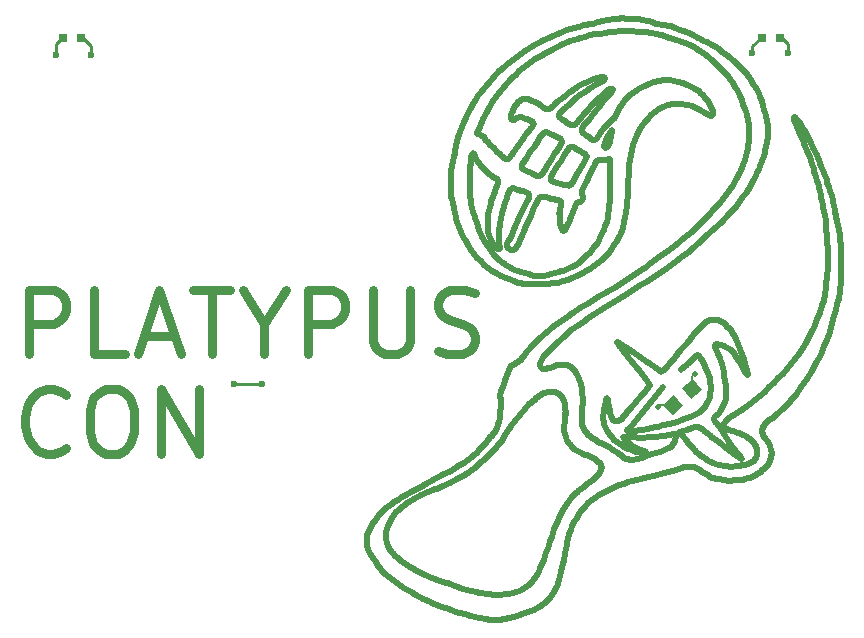
<source format=gtl>
G04 #@! TF.FileFunction,Copper,L1,Top,Signal*
%FSLAX46Y46*%
G04 Gerber Fmt 4.6, Leading zero omitted, Abs format (unit mm)*
G04 Created by KiCad (PCBNEW 4.0.3+e1-6302~38~ubuntu16.04.1-stable) date Sat Aug 27 13:07:25 2016*
%MOMM*%
%LPD*%
G01*
G04 APERTURE LIST*
%ADD10C,0.100000*%
%ADD11C,0.800000*%
%ADD12C,0.500000*%
%ADD13R,0.797560X0.797560*%
%ADD14C,0.470000*%
%ADD15C,0.600000*%
%ADD16C,0.154000*%
%ADD17C,0.250000*%
G04 APERTURE END LIST*
D10*
D11*
X132840476Y-112364286D02*
X132578571Y-112626190D01*
X131792857Y-112888095D01*
X131269047Y-112888095D01*
X130483333Y-112626190D01*
X129959524Y-112102381D01*
X129697619Y-111578571D01*
X129435714Y-110530952D01*
X129435714Y-109745238D01*
X129697619Y-108697619D01*
X129959524Y-108173810D01*
X130483333Y-107650000D01*
X131269047Y-107388095D01*
X131792857Y-107388095D01*
X132578571Y-107650000D01*
X132840476Y-107911905D01*
X136245238Y-107388095D02*
X137292857Y-107388095D01*
X137816666Y-107650000D01*
X138340476Y-108173810D01*
X138602381Y-109221429D01*
X138602381Y-111054762D01*
X138340476Y-112102381D01*
X137816666Y-112626190D01*
X137292857Y-112888095D01*
X136245238Y-112888095D01*
X135721428Y-112626190D01*
X135197619Y-112102381D01*
X134935714Y-111054762D01*
X134935714Y-109221429D01*
X135197619Y-108173810D01*
X135721428Y-107650000D01*
X136245238Y-107388095D01*
X140959524Y-112888095D02*
X140959524Y-107388095D01*
X144102381Y-112888095D01*
X144102381Y-107388095D01*
X129773810Y-104488095D02*
X129773810Y-98988095D01*
X131869048Y-98988095D01*
X132392857Y-99250000D01*
X132654762Y-99511905D01*
X132916667Y-100035714D01*
X132916667Y-100821429D01*
X132654762Y-101345238D01*
X132392857Y-101607143D01*
X131869048Y-101869048D01*
X129773810Y-101869048D01*
X137892857Y-104488095D02*
X135273810Y-104488095D01*
X135273810Y-98988095D01*
X139464286Y-102916667D02*
X142083334Y-102916667D01*
X138940477Y-104488095D02*
X140773810Y-98988095D01*
X142607143Y-104488095D01*
X143654763Y-98988095D02*
X146797620Y-98988095D01*
X145226191Y-104488095D02*
X145226191Y-98988095D01*
X149678572Y-101869048D02*
X149678572Y-104488095D01*
X147845239Y-98988095D02*
X149678572Y-101869048D01*
X151511905Y-98988095D01*
X153345239Y-104488095D02*
X153345239Y-98988095D01*
X155440477Y-98988095D01*
X155964286Y-99250000D01*
X156226191Y-99511905D01*
X156488096Y-100035714D01*
X156488096Y-100821429D01*
X156226191Y-101345238D01*
X155964286Y-101607143D01*
X155440477Y-101869048D01*
X153345239Y-101869048D01*
X158845239Y-98988095D02*
X158845239Y-103440476D01*
X159107144Y-103964286D01*
X159369048Y-104226190D01*
X159892858Y-104488095D01*
X160940477Y-104488095D01*
X161464286Y-104226190D01*
X161726191Y-103964286D01*
X161988096Y-103440476D01*
X161988096Y-98988095D01*
X164345239Y-104226190D02*
X165130953Y-104488095D01*
X166440477Y-104488095D01*
X166964287Y-104226190D01*
X167226191Y-103964286D01*
X167488096Y-103440476D01*
X167488096Y-102916667D01*
X167226191Y-102392857D01*
X166964287Y-102130952D01*
X166440477Y-101869048D01*
X165392858Y-101607143D01*
X164869049Y-101345238D01*
X164607144Y-101083333D01*
X164345239Y-100559524D01*
X164345239Y-100035714D01*
X164607144Y-99511905D01*
X164869049Y-99250000D01*
X165392858Y-98988095D01*
X166702382Y-98988095D01*
X167488096Y-99250000D01*
D12*
X183400000Y-107200000D02*
X180600000Y-110700000D01*
X186450520Y-109404100D02*
X186679420Y-109240000D01*
X186203620Y-109547900D02*
X186450520Y-109404100D01*
X185945920Y-109674400D02*
X186203620Y-109547900D01*
X185684720Y-109786800D02*
X185945920Y-109674400D01*
X185427220Y-109887900D02*
X185684720Y-109786800D01*
X185242320Y-109957600D02*
X185427220Y-109887900D01*
X185180820Y-109980800D02*
X185242320Y-109957600D01*
X185039720Y-110033300D02*
X185180820Y-109980800D01*
X184609720Y-110172200D02*
X185039720Y-110033300D01*
X184018720Y-110337600D02*
X184609720Y-110172200D01*
X183421220Y-110485900D02*
X184018720Y-110337600D01*
X182978020Y-110590500D02*
X183421220Y-110485900D01*
X182830220Y-110625500D02*
X182978020Y-110590500D01*
X182724320Y-110648400D02*
X182830220Y-110625500D01*
X182185220Y-110759000D02*
X182724320Y-110648400D01*
X181646220Y-110851200D02*
X182185220Y-110759000D01*
X181540120Y-110865000D02*
X181646220Y-110851200D01*
X181528320Y-110865900D02*
X181540120Y-110865000D01*
X181492920Y-110870800D02*
X181528320Y-110865900D01*
X181431920Y-110881100D02*
X181492920Y-110870800D01*
X181359720Y-110894400D02*
X181431920Y-110881100D01*
X181278020Y-110910400D02*
X181359720Y-110894400D01*
X181189420Y-110927900D02*
X181278020Y-110910400D01*
X181095620Y-110945800D02*
X181189420Y-110927900D01*
X180999020Y-110963600D02*
X181095620Y-110945800D01*
X180901620Y-110980000D02*
X180999020Y-110963600D01*
X180805820Y-110994400D02*
X180901620Y-110980000D01*
X180713620Y-111005500D02*
X180805820Y-110994400D01*
X180627020Y-111012900D02*
X180713620Y-111005500D01*
X180548420Y-111015300D02*
X180627020Y-111012900D01*
X180480020Y-111011600D02*
X180548420Y-111015300D01*
X180423620Y-111001500D02*
X180480020Y-111011600D01*
X180381520Y-110983600D02*
X180423620Y-111001500D01*
X180360220Y-110964800D02*
X180381520Y-110983600D01*
X180356120Y-110957100D02*
X180360220Y-110964800D01*
X186883020Y-109052600D02*
X187016220Y-108895400D01*
X186679420Y-109240000D02*
X186883020Y-109052600D01*
X167366600Y-87471940D02*
X167366600Y-87471940D01*
X167368980Y-87474440D02*
X167366600Y-87471940D01*
X167375980Y-87482470D02*
X167368980Y-87474440D01*
X167378960Y-87487460D02*
X167375980Y-87482470D01*
X167377440Y-87488110D02*
X167378960Y-87487460D01*
X167373150Y-87485720D02*
X167377440Y-87488110D01*
X167368110Y-87481650D02*
X167373150Y-87485720D01*
X167364090Y-87477100D02*
X167368110Y-87481650D01*
X167362960Y-87473420D02*
X167364090Y-87477100D01*
X167365660Y-87471940D02*
X167362960Y-87473420D01*
X167366600Y-87471940D02*
X167365660Y-87471940D01*
X167399690Y-87530600D02*
X167366600Y-87471940D01*
X167497720Y-87707350D02*
X167399690Y-87530600D01*
X167633850Y-87946240D02*
X167497720Y-87707350D01*
X167786570Y-88192000D02*
X167633850Y-87946240D01*
X167920140Y-88385680D02*
X167786570Y-88192000D01*
X167967440Y-88448180D02*
X167920140Y-88385680D01*
X168010900Y-88503960D02*
X167967440Y-88448180D01*
X168149140Y-88665470D02*
X168010900Y-88503960D01*
X168347390Y-88874120D02*
X168149140Y-88665470D01*
X168558920Y-89072400D02*
X168347390Y-88874120D01*
X168723820Y-89213500D02*
X168558920Y-89072400D01*
X168780420Y-89258600D02*
X168723820Y-89213500D01*
X168798820Y-89274000D02*
X168780420Y-89258600D01*
X168857820Y-89315600D02*
X168798820Y-89274000D01*
X168952420Y-89376300D02*
X168857820Y-89315600D01*
X169056520Y-89440900D02*
X168952420Y-89376300D01*
X169162520Y-89509600D02*
X169056520Y-89440900D01*
X169262720Y-89582600D02*
X169162520Y-89509600D01*
X169349520Y-89660100D02*
X169262720Y-89582600D01*
X169415120Y-89742400D02*
X169349520Y-89660100D01*
X169446920Y-89806900D02*
X169415120Y-89742400D01*
X169452020Y-89829600D02*
X169446920Y-89806900D01*
X169457120Y-89851200D02*
X169452020Y-89829600D01*
X169458620Y-89919600D02*
X169457120Y-89851200D01*
X169442820Y-90021000D02*
X169458620Y-89919600D01*
X169410020Y-90129800D02*
X169442820Y-90021000D01*
X169365820Y-90241800D02*
X169410020Y-90129800D01*
X169315720Y-90352900D02*
X169365820Y-90241800D01*
X169265520Y-90459000D02*
X169315720Y-90352900D01*
X169220720Y-90556200D02*
X169265520Y-90459000D01*
X169194320Y-90618800D02*
X169220720Y-90556200D01*
X169186820Y-90640100D02*
X169194320Y-90618800D01*
X169161720Y-90707300D02*
X169186820Y-90640100D01*
X169088520Y-90909600D02*
X169161720Y-90707300D01*
X168993720Y-91185300D02*
X169088520Y-90909600D01*
X168904320Y-91466600D02*
X168993720Y-91185300D01*
X168822020Y-91752200D02*
X168904320Y-91466600D01*
X168748820Y-92041300D02*
X168822020Y-91752200D01*
X168686320Y-92332800D02*
X168748820Y-92041300D01*
X168636620Y-92625900D02*
X168686320Y-92332800D01*
X168601420Y-92919600D02*
X168636620Y-92625900D01*
X168582620Y-93212700D02*
X168601420Y-92919600D01*
X168581920Y-93504600D02*
X168582620Y-93212700D01*
X168601320Y-93793900D02*
X168581920Y-93504600D01*
X168642620Y-94080000D02*
X168601320Y-93793900D01*
X168707620Y-94361600D02*
X168642620Y-94080000D01*
X168798020Y-94638200D02*
X168707620Y-94361600D01*
X168915920Y-94908300D02*
X168798020Y-94638200D01*
X169023120Y-95107600D02*
X168915920Y-94908300D01*
X169063120Y-95171400D02*
X169023120Y-95107600D01*
X169072520Y-95186100D02*
X169063120Y-95171400D01*
X169101920Y-95229400D02*
X169072520Y-95186100D01*
X169161120Y-95311200D02*
X169101920Y-95229400D01*
X169234920Y-95402500D02*
X169161120Y-95311200D01*
X169317120Y-95489100D02*
X169234920Y-95402500D01*
X169401920Y-95556600D02*
X169317120Y-95489100D01*
X169483120Y-95590900D02*
X169401920Y-95556600D01*
X169554820Y-95577700D02*
X169483120Y-95590900D01*
X169602220Y-95523900D02*
X169554820Y-95577700D01*
X169611020Y-95502900D02*
X169602220Y-95523900D01*
X169618520Y-95483300D02*
X169611020Y-95502900D01*
X169620120Y-95416500D02*
X169618520Y-95483300D01*
X169604420Y-95309600D02*
X169620120Y-95416500D01*
X169578620Y-95202500D02*
X169604420Y-95309600D01*
X169562220Y-95137900D02*
X169578620Y-95202500D01*
X169558020Y-95116200D02*
X169562220Y-95137900D01*
X169553520Y-95070100D02*
X169558020Y-95116200D01*
X169533720Y-94830500D02*
X169553520Y-95070100D01*
X169522720Y-94616400D02*
X169533720Y-94830500D01*
X169522720Y-94545100D02*
X169522720Y-94616400D01*
X169519420Y-94411400D02*
X169522720Y-94545100D01*
X169534820Y-94009700D02*
X169519420Y-94411400D01*
X169593320Y-93481400D02*
X169534820Y-94009700D01*
X169691620Y-92959800D02*
X169593320Y-93481400D01*
X169786720Y-92572900D02*
X169691620Y-92959800D01*
X169823120Y-92445300D02*
X169786720Y-92572900D01*
X169849520Y-92353100D02*
X169823120Y-92445300D01*
X169986520Y-91895000D02*
X169849520Y-92353100D01*
X170141120Y-91446000D02*
X169986520Y-91895000D01*
X170176520Y-91358500D02*
X170141120Y-91446000D01*
X170194620Y-91305700D02*
X170176520Y-91358500D01*
X170244220Y-91145800D02*
X170194620Y-91305700D01*
X170320120Y-90914100D02*
X170244220Y-91145800D01*
X170412620Y-90692800D02*
X170320120Y-90914100D01*
X170494820Y-90551500D02*
X170412620Y-90692800D01*
X170530020Y-90511200D02*
X170494820Y-90551500D01*
X170544620Y-90492800D02*
X170530020Y-90511200D01*
X170600120Y-90447000D02*
X170544620Y-90492800D01*
X170676920Y-90416200D02*
X170600120Y-90447000D01*
X170758620Y-90412100D02*
X170676920Y-90416200D01*
X170843720Y-90428300D02*
X170758620Y-90412100D01*
X170930420Y-90458300D02*
X170843720Y-90428300D01*
X171017120Y-90495600D02*
X170930420Y-90458300D01*
X171102120Y-90533800D02*
X171017120Y-90495600D01*
X171163120Y-90559200D02*
X171102120Y-90533800D01*
X171183920Y-90566500D02*
X171163120Y-90559200D01*
X171232620Y-90584600D02*
X171183920Y-90566500D01*
X171382920Y-90627400D02*
X171232620Y-90584600D01*
X171596920Y-90681500D02*
X171382920Y-90627400D01*
X171807720Y-90742600D02*
X171596920Y-90681500D01*
X171952120Y-90799300D02*
X171807720Y-90742600D01*
X171996820Y-90824300D02*
X171952120Y-90799300D01*
X172019620Y-90837700D02*
X171996820Y-90824300D01*
X172077820Y-90895200D02*
X172019620Y-90837700D01*
X172114520Y-90980900D02*
X172077820Y-90895200D01*
X172115520Y-91076900D02*
X172114520Y-90980900D01*
X172089620Y-91178900D02*
X172115520Y-91076900D01*
X172045420Y-91282700D02*
X172089620Y-91178900D01*
X171991820Y-91383800D02*
X172045420Y-91282700D01*
X171937420Y-91478000D02*
X171991820Y-91383800D01*
X171901820Y-91540000D02*
X171937420Y-91478000D01*
X171890820Y-91561100D02*
X171901820Y-91540000D01*
X171846520Y-91644000D02*
X171890820Y-91561100D01*
X171636720Y-92067700D02*
X171846520Y-91644000D01*
X171435720Y-92491300D02*
X171636720Y-92067700D01*
X171396020Y-92574200D02*
X171435720Y-92491300D01*
X171356220Y-92661700D02*
X171396020Y-92574200D01*
X171152920Y-93099100D02*
X171356220Y-92661700D01*
X170967420Y-93536600D02*
X171152920Y-93099100D01*
X170936520Y-93624100D02*
X170967420Y-93536600D01*
X170913020Y-93683600D02*
X170936520Y-93624100D01*
X170848320Y-93864400D02*
X170913020Y-93683600D01*
X170761920Y-94110000D02*
X170848320Y-93864400D01*
X170665620Y-94351900D02*
X170761920Y-94110000D01*
X170580820Y-94526600D02*
X170665620Y-94351900D01*
X170547720Y-94581900D02*
X170580820Y-94526600D01*
X170534020Y-94606800D02*
X170547720Y-94581900D01*
X170486120Y-94677200D02*
X170534020Y-94606800D01*
X170413720Y-94770700D02*
X170486120Y-94677200D01*
X170339220Y-94864300D02*
X170413720Y-94770700D01*
X170271520Y-94959600D02*
X170339220Y-94864300D01*
X170219520Y-95058300D02*
X170271520Y-94959600D01*
X170192320Y-95162200D02*
X170219520Y-95058300D01*
X170198520Y-95272900D02*
X170192320Y-95162200D01*
X170231020Y-95364800D02*
X170198520Y-95272900D01*
X170247220Y-95392500D02*
X170231020Y-95364800D01*
X170259020Y-95410000D02*
X170247220Y-95392500D01*
X170299820Y-95459300D02*
X170259020Y-95410000D01*
X170363420Y-95520100D02*
X170299820Y-95459300D01*
X170435720Y-95572500D02*
X170363420Y-95520100D01*
X170514520Y-95613400D02*
X170435720Y-95572500D01*
X170597420Y-95640700D02*
X170514520Y-95613400D01*
X170682120Y-95651400D02*
X170597420Y-95640700D01*
X170766420Y-95643200D02*
X170682120Y-95651400D01*
X170829020Y-95623300D02*
X170766420Y-95643200D01*
X170848120Y-95613400D02*
X170829020Y-95623300D01*
X170873020Y-95599600D02*
X170848120Y-95613400D01*
X170940420Y-95544400D02*
X170873020Y-95599600D01*
X171019820Y-95452200D02*
X170940420Y-95544400D01*
X171088520Y-95342700D02*
X171019820Y-95452200D01*
X171148520Y-95222100D02*
X171088520Y-95342700D01*
X171201920Y-95096100D02*
X171148520Y-95222100D01*
X171250720Y-94971100D02*
X171201920Y-95096100D01*
X171297020Y-94852900D02*
X171250720Y-94971100D01*
X171330520Y-94773600D02*
X171297020Y-94852900D01*
X171342920Y-94747700D02*
X171330520Y-94773600D01*
X171378220Y-94664800D02*
X171342920Y-94747700D01*
X171731720Y-93854300D02*
X171378220Y-94664800D01*
X171767120Y-93771500D02*
X171731720Y-93854300D01*
X171823520Y-93643400D02*
X171767120Y-93771500D01*
X171990220Y-93258000D02*
X171823520Y-93643400D01*
X172213320Y-92744600D02*
X171990220Y-93258000D01*
X172443020Y-92238000D02*
X172213320Y-92744600D01*
X172622620Y-91867100D02*
X172443020Y-92238000D01*
X172686120Y-91745300D02*
X172622620Y-91867100D01*
X172698320Y-91721500D02*
X172686120Y-91745300D01*
X172732920Y-91648900D02*
X172698320Y-91721500D01*
X172781920Y-91544100D02*
X172732920Y-91648900D01*
X172835520Y-91438000D02*
X172781920Y-91544100D01*
X172895920Y-91337800D02*
X172835520Y-91438000D01*
X172965520Y-91250400D02*
X172895920Y-91337800D01*
X173046520Y-91183200D02*
X172965520Y-91250400D01*
X173141120Y-91143200D02*
X173046520Y-91183200D01*
X173224520Y-91134300D02*
X173141120Y-91143200D01*
X173251620Y-91137500D02*
X173224520Y-91134300D01*
X173312320Y-91144500D02*
X173251620Y-91137500D01*
X173492920Y-91177200D02*
X173312320Y-91144500D01*
X173737620Y-91234200D02*
X173492920Y-91177200D01*
X173982220Y-91298100D02*
X173737620Y-91234200D01*
X174163020Y-91344500D02*
X173982220Y-91298100D01*
X174223620Y-91358500D02*
X174163020Y-91344500D01*
X174246520Y-91364000D02*
X174223620Y-91358500D01*
X174316120Y-91376500D02*
X174246520Y-91364000D01*
X174416920Y-91392400D02*
X174316120Y-91376500D01*
X174519320Y-91410900D02*
X174416920Y-91392400D01*
X174616820Y-91436700D02*
X174519320Y-91410900D01*
X174702720Y-91474700D02*
X174616820Y-91436700D01*
X174770420Y-91529400D02*
X174702720Y-91474700D01*
X174813120Y-91605700D02*
X174770420Y-91529400D01*
X174825920Y-91683000D02*
X174813120Y-91605700D01*
X174824520Y-91708400D02*
X174825920Y-91683000D01*
X174821220Y-91768800D02*
X174824520Y-91708400D01*
X174789720Y-91948700D02*
X174821220Y-91768800D01*
X174731620Y-92180400D02*
X174789720Y-91948700D01*
X174680420Y-92415600D02*
X174731620Y-92180400D01*
X174662320Y-92603900D02*
X174680420Y-92415600D01*
X174665420Y-92666300D02*
X174662320Y-92603900D01*
X174668820Y-92730600D02*
X174665420Y-92666300D01*
X174682220Y-92923600D02*
X174668820Y-92730600D01*
X174707520Y-93191200D02*
X174682220Y-92923600D01*
X174742420Y-93458900D02*
X174707520Y-93191200D01*
X174775520Y-93652300D02*
X174742420Y-93458900D01*
X174789120Y-93716200D02*
X174775520Y-93652300D01*
X174794020Y-93739800D02*
X174789120Y-93716200D01*
X174814520Y-93809400D02*
X174794020Y-93739800D01*
X174850120Y-93892300D02*
X174814520Y-93809400D01*
X174894420Y-93959700D02*
X174850120Y-93892300D01*
X174945920Y-94006200D02*
X174894420Y-93959700D01*
X175003320Y-94027100D02*
X174945920Y-94006200D01*
X175065020Y-94016600D02*
X175003320Y-94027100D01*
X175129520Y-93970100D02*
X175065020Y-94016600D01*
X175181520Y-93905400D02*
X175129520Y-93970100D01*
X175195620Y-93882100D02*
X175181520Y-93905400D01*
X175229320Y-93825800D02*
X175195620Y-93882100D01*
X175316320Y-93649100D02*
X175229320Y-93825800D01*
X175418720Y-93400800D02*
X175316320Y-93649100D01*
X175511220Y-93148900D02*
X175418720Y-93400800D01*
X175578320Y-92966100D02*
X175511220Y-93148900D01*
X175602020Y-92905800D02*
X175578320Y-92966100D01*
X175637520Y-92822900D02*
X175602020Y-92905800D01*
X175803120Y-92410700D02*
X175637520Y-92822900D01*
X175959920Y-92007800D02*
X175803120Y-92410700D01*
X175990920Y-91929500D02*
X175959920Y-92007800D01*
X176002920Y-91901500D02*
X175990920Y-91929500D01*
X176040120Y-91818100D02*
X176002920Y-91901500D01*
X176092520Y-91729200D02*
X176040120Y-91818100D01*
X176164820Y-91657500D02*
X176092520Y-91729200D01*
X176245120Y-91609800D02*
X176164820Y-91657500D01*
X176273720Y-91597900D02*
X176245120Y-91609800D01*
X176295120Y-91588300D02*
X176273720Y-91597900D01*
X176363120Y-91567200D02*
X176295120Y-91588300D01*
X176445920Y-91545000D02*
X176363120Y-91567200D01*
X176522220Y-91512500D02*
X176445920Y-91545000D01*
X176577420Y-91468500D02*
X176522220Y-91512500D01*
X176591820Y-91450600D02*
X176577420Y-91468500D01*
X176606920Y-91430100D02*
X176591820Y-91450600D01*
X176639520Y-91359200D02*
X176606920Y-91430100D01*
X176656120Y-91265000D02*
X176639520Y-91359200D01*
X176649820Y-91168600D02*
X176656120Y-91265000D01*
X176629320Y-91070700D02*
X176649820Y-91168600D01*
X176603020Y-90971900D02*
X176629320Y-91070700D01*
X176579320Y-90872900D02*
X176603020Y-90971900D01*
X176566920Y-90774400D02*
X176579320Y-90872900D01*
X176569320Y-90700700D02*
X176566920Y-90774400D01*
X176574120Y-90677000D02*
X176569320Y-90700700D01*
X176587920Y-90608600D02*
X176574120Y-90677000D01*
X176658820Y-90409300D02*
X176587920Y-90608600D01*
X176788320Y-90138200D02*
X176658820Y-90409300D01*
X176934420Y-89874000D02*
X176788320Y-90138200D01*
X177037020Y-89689700D02*
X176934420Y-89874000D01*
X177069020Y-89627100D02*
X177037020Y-89689700D01*
X177108720Y-89539500D02*
X177069020Y-89627100D01*
X177506320Y-88696830D02*
X177108720Y-89539500D01*
X177546120Y-88613930D02*
X177506320Y-88696830D01*
X177558020Y-88590820D02*
X177546120Y-88613930D01*
X177590520Y-88519850D02*
X177558020Y-88590820D01*
X177633320Y-88420790D02*
X177590520Y-88519850D01*
X177677720Y-88322210D02*
X177633320Y-88420790D01*
X177727220Y-88229430D02*
X177677720Y-88322210D01*
X177785020Y-88147830D02*
X177727220Y-88229430D01*
X177854320Y-88082890D02*
X177785020Y-88147830D01*
X177938420Y-88039990D02*
X177854320Y-88082890D01*
X178015220Y-88024510D02*
X177938420Y-88039990D01*
X178040920Y-88024510D02*
X178015220Y-88024510D01*
X178066820Y-88024510D02*
X178040920Y-88024510D01*
X178144320Y-88032820D02*
X178066820Y-88024510D01*
X178244120Y-88049860D02*
X178144320Y-88032820D01*
X178344120Y-88063360D02*
X178244120Y-88049860D01*
X178422020Y-88064670D02*
X178344120Y-88063360D01*
X178447420Y-88061360D02*
X178422020Y-88064670D01*
X178487220Y-88056750D02*
X178447420Y-88061360D01*
X178677220Y-88013010D02*
X178487220Y-88056750D01*
X178867220Y-87960070D02*
X178677220Y-88013010D01*
X178906920Y-87950850D02*
X178867220Y-87960070D01*
X178923620Y-88048610D02*
X178906920Y-87950850D01*
X178946920Y-88346570D02*
X178923620Y-88048610D01*
X178948820Y-88754390D02*
X178946920Y-88346570D01*
X178934320Y-89165600D02*
X178948820Y-88754390D01*
X178924520Y-89470200D02*
X178934320Y-89165600D01*
X178924520Y-89571800D02*
X178924520Y-89470200D01*
X178924520Y-89768000D02*
X178924520Y-89571800D01*
X178931220Y-90356900D02*
X178924520Y-89768000D01*
X178929020Y-91022300D02*
X178931220Y-90356900D01*
X178924520Y-91155900D02*
X178929020Y-91022300D01*
X178921220Y-91247200D02*
X178924520Y-91155900D01*
X178908320Y-91521000D02*
X178921220Y-91247200D01*
X178884320Y-91884000D02*
X178908320Y-91521000D01*
X178849420Y-92244400D02*
X178884320Y-91884000D01*
X178800820Y-92601800D02*
X178849420Y-92244400D01*
X178735620Y-92955700D02*
X178800820Y-92601800D01*
X178651220Y-93305800D02*
X178735620Y-92955700D01*
X178544320Y-93651500D02*
X178651220Y-93305800D01*
X178448120Y-93908600D02*
X178544320Y-93651500D01*
X178412020Y-93992500D02*
X178448120Y-93908600D01*
X178379720Y-94065900D02*
X178412020Y-93992500D01*
X178276620Y-94283600D02*
X178379720Y-94065900D01*
X178129020Y-94568700D02*
X178276620Y-94283600D01*
X177969420Y-94847500D02*
X178129020Y-94568700D01*
X177797920Y-95118400D02*
X177969420Y-94847500D01*
X177614820Y-95380700D02*
X177797920Y-95118400D01*
X177420420Y-95633400D02*
X177614820Y-95380700D01*
X177214820Y-95875500D02*
X177420420Y-95633400D01*
X176998120Y-96106100D02*
X177214820Y-95875500D01*
X176770820Y-96324300D02*
X176998120Y-96106100D01*
X176532920Y-96528700D02*
X176770820Y-96324300D01*
X176284720Y-96718900D02*
X176532920Y-96528700D01*
X176026220Y-96893600D02*
X176284720Y-96718900D01*
X175757920Y-97051900D02*
X176026220Y-96893600D01*
X175479820Y-97192800D02*
X175757920Y-97051900D01*
X175192020Y-97315200D02*
X175479820Y-97192800D01*
X174970220Y-97395400D02*
X175192020Y-97315200D01*
X174895220Y-97418600D02*
X174970220Y-97395400D01*
X174818420Y-97442900D02*
X174895220Y-97418600D01*
X174588720Y-97516600D02*
X174818420Y-97442900D01*
X174279120Y-97613400D02*
X174588720Y-97516600D01*
X173966620Y-97701800D02*
X174279120Y-97613400D01*
X173651320Y-97775400D02*
X173966620Y-97701800D01*
X173333720Y-97827500D02*
X173651320Y-97775400D01*
X173013820Y-97851100D02*
X173333720Y-97827500D01*
X172691820Y-97839800D02*
X173013820Y-97851100D01*
X172447620Y-97805500D02*
X172691820Y-97839800D01*
X175081920Y-110978000D02*
X175071920Y-110901800D01*
X175128320Y-111204600D02*
X175081920Y-110978000D01*
X175217720Y-111500400D02*
X175128320Y-111204600D01*
X175340220Y-111782500D02*
X175217720Y-111500400D01*
X175452720Y-111981500D02*
X175340220Y-111782500D01*
X175496120Y-112043900D02*
X175452720Y-111981500D01*
X175538020Y-112107800D02*
X175496120Y-112043900D01*
X175692320Y-112280900D02*
X175538020Y-112107800D01*
X175926820Y-112476600D02*
X175692320Y-112280900D01*
X176184420Y-112644800D02*
X175926820Y-112476600D01*
X176383720Y-112760800D02*
X176184420Y-112644800D01*
X176450420Y-112799100D02*
X176383720Y-112760800D01*
X176476220Y-112813400D02*
X176450420Y-112799100D01*
X176556120Y-112852900D02*
X176476220Y-112813400D01*
X176684120Y-112910900D02*
X176556120Y-112852900D01*
X176830120Y-112973600D02*
X176684120Y-112910900D01*
X176988820Y-113041100D02*
X176830120Y-112973600D01*
X177155620Y-113113900D02*
X176988820Y-113041100D01*
X177325820Y-113192500D02*
X177155620Y-113113900D01*
X177494420Y-113276900D02*
X177325820Y-113192500D01*
X177656620Y-113367800D02*
X177494420Y-113276900D01*
X177807620Y-113465300D02*
X177656620Y-113367800D01*
X177942620Y-113569800D02*
X177807620Y-113465300D01*
X178056820Y-113681800D02*
X177942620Y-113569800D01*
X178145220Y-113801400D02*
X178056820Y-113681800D01*
X178203420Y-113929300D02*
X178145220Y-113801400D01*
X178226320Y-114065500D02*
X178203420Y-113929300D01*
X178209020Y-114210500D02*
X178226320Y-114065500D01*
X178166620Y-114328400D02*
X178209020Y-114210500D01*
X178146920Y-114364700D02*
X178166620Y-114328400D01*
X178109420Y-114436100D02*
X178146920Y-114364700D01*
X177971320Y-114637100D02*
X178109420Y-114436100D01*
X177756220Y-114878700D02*
X177971320Y-114637100D01*
X177511620Y-115097100D02*
X177756220Y-114878700D01*
X177247920Y-115299400D02*
X177511620Y-115097100D01*
X176974920Y-115493300D02*
X177247920Y-115299400D01*
X176703020Y-115685700D02*
X176974920Y-115493300D01*
X176442320Y-115884300D02*
X176703020Y-115685700D01*
X176259920Y-116040200D02*
X176442320Y-115884300D01*
X176203020Y-116096100D02*
X176259920Y-116040200D01*
X176083720Y-116213400D02*
X176203020Y-116096100D01*
X175748720Y-116588900D02*
X176083720Y-116213400D01*
X175339120Y-117123000D02*
X175748720Y-116588900D01*
X174972720Y-117691800D02*
X175339120Y-117123000D01*
X174723820Y-118136400D02*
X174972720Y-117691800D01*
X174647720Y-118288000D02*
X174723820Y-118136400D01*
X174608820Y-118365800D02*
X174647720Y-118288000D01*
X174498720Y-118602300D02*
X174608820Y-118365800D01*
X174361620Y-118922900D02*
X174498720Y-118602300D01*
X174234520Y-119248700D02*
X174361620Y-118922900D01*
X174115120Y-119578600D02*
X174234520Y-119248700D01*
X174001320Y-119911500D02*
X174115120Y-119578600D01*
X173891320Y-120246400D02*
X174001320Y-119911500D01*
X173782720Y-120581900D02*
X173891320Y-120246400D01*
X173673620Y-120917500D02*
X173782720Y-120581900D01*
X173561620Y-121251600D02*
X173673620Y-120917500D01*
X173445020Y-121583400D02*
X173561620Y-121251600D01*
X173321520Y-121911800D02*
X173445020Y-121583400D01*
X173188820Y-122235700D02*
X173321520Y-121911800D01*
X173045220Y-122553900D02*
X173188820Y-122235700D01*
X172888420Y-122865400D02*
X173045220Y-122553900D01*
X172716320Y-123169100D02*
X172888420Y-122865400D01*
X172576520Y-123391800D02*
X172716320Y-123169100D01*
X172527020Y-123464000D02*
X172576520Y-123391800D01*
X172479920Y-123534000D02*
X172527020Y-123464000D01*
X172322520Y-123733000D02*
X172479920Y-123534000D01*
X172095120Y-123968000D02*
X172322520Y-123733000D01*
X171847220Y-124170700D02*
X172095120Y-123968000D01*
X171580920Y-124342700D02*
X171847220Y-124170700D01*
X171298720Y-124485900D02*
X171580920Y-124342700D01*
X171002920Y-124602200D02*
X171298720Y-124485900D01*
X170695820Y-124693000D02*
X171002920Y-124602200D01*
X170379820Y-124760400D02*
X170695820Y-124693000D01*
X170057120Y-124805900D02*
X170379820Y-124760400D01*
X169730120Y-124831400D02*
X170057120Y-124805900D01*
X169401120Y-124838400D02*
X169730120Y-124831400D01*
X169072520Y-124829100D02*
X169401120Y-124838400D01*
X168746620Y-124805000D02*
X169072520Y-124829100D01*
X168425720Y-124767800D02*
X168746620Y-124805000D01*
X168112190Y-124719300D02*
X168425720Y-124767800D01*
X167884070Y-124677100D02*
X168112190Y-124719300D01*
X167808370Y-124661400D02*
X167884070Y-124677100D01*
X167640410Y-124627100D02*
X167808370Y-124661400D01*
X167141220Y-124501400D02*
X167640410Y-124627100D01*
X166487300Y-124306600D02*
X167141220Y-124501400D01*
X165840070Y-124091400D02*
X166487300Y-124306600D01*
X165354760Y-123924400D02*
X165840070Y-124091400D01*
X165192820Y-123869300D02*
X165354760Y-123924400D01*
X165029900Y-123810400D02*
X165192820Y-123869300D01*
X164538620Y-123640700D02*
X165029900Y-123810400D01*
X163882820Y-123408700D02*
X164538620Y-123640700D01*
X163236930Y-123149100D02*
X163882820Y-123408700D01*
X162764110Y-122923600D02*
X163236930Y-123149100D01*
X162612580Y-122837900D02*
X162764110Y-122923600D01*
X162539820Y-122798200D02*
X162612580Y-122837900D01*
X162322110Y-122678300D02*
X162539820Y-122798200D01*
X162035150Y-122515500D02*
X162322110Y-122678300D01*
X161753580Y-122345700D02*
X162035150Y-122515500D01*
X161479280Y-122165500D02*
X161753580Y-122345700D01*
X161214080Y-121971500D02*
X161479280Y-122165500D01*
X160959860Y-121760300D02*
X161214080Y-121971500D01*
X160718480Y-121528200D02*
X160959860Y-121760300D01*
X160545680Y-121338400D02*
X160718480Y-121528200D01*
X160491860Y-121272100D02*
X160545680Y-121338400D01*
X160440320Y-121208300D02*
X160491860Y-121272100D01*
X160302030Y-121003900D02*
X160440320Y-121208300D01*
X160156300Y-120725000D02*
X160302030Y-121003900D01*
X160054100Y-120437100D02*
X160156300Y-120725000D01*
X159994790Y-120141600D02*
X160054100Y-120437100D01*
X159977710Y-119840100D02*
X159994790Y-120141600D01*
X160002220Y-119534000D02*
X159977710Y-119840100D01*
X160067760Y-119225000D02*
X160002220Y-119534000D01*
X160142960Y-118990300D02*
X160067760Y-119225000D01*
X160173720Y-118914400D02*
X160142960Y-118990300D01*
X160203940Y-118844400D02*
X160173720Y-118914400D01*
X160308050Y-118640300D02*
X160203940Y-118844400D01*
X160469730Y-118372100D02*
X160308050Y-118640300D01*
X160654620Y-118112600D02*
X160469730Y-118372100D01*
X160858510Y-117864400D02*
X160654620Y-118112600D01*
X161077370Y-117630000D02*
X160858510Y-117864400D01*
X161306970Y-117412100D02*
X161077370Y-117630000D01*
X161543190Y-117212900D02*
X161306970Y-117412100D01*
X161720910Y-117077900D02*
X161543190Y-117212900D01*
X161781960Y-117035500D02*
X161720910Y-117077900D01*
X161918290Y-116944100D02*
X161781960Y-117035500D01*
X162345280Y-116696800D02*
X161918290Y-116944100D01*
X162921820Y-116411500D02*
X162345280Y-116696800D01*
X163511660Y-116157500D02*
X162921820Y-116411500D01*
X163964030Y-115973400D02*
X163511660Y-116157500D01*
X164114800Y-115911900D02*
X163964030Y-115973400D01*
X164277030Y-115842900D02*
X164114800Y-115911900D01*
X164760640Y-115628400D02*
X164277030Y-115842900D01*
X165398220Y-115329400D02*
X164760640Y-115628400D01*
X166025870Y-115013200D02*
X165398220Y-115329400D01*
X166489410Y-114764300D02*
X166025870Y-115013200D01*
X166641980Y-114677900D02*
X166489410Y-114764300D01*
X166719180Y-114633300D02*
X166641980Y-114677900D01*
X166946290Y-114491500D02*
X166719180Y-114633300D01*
X167237580Y-114292500D02*
X166946290Y-114491500D01*
X167517690Y-114081800D02*
X167237580Y-114292500D01*
X167788470Y-113860400D02*
X167517690Y-114081800D01*
X168051820Y-113629700D02*
X167788470Y-113860400D01*
X168309570Y-113390500D02*
X168051820Y-113629700D01*
X168563620Y-113143900D02*
X168309570Y-113390500D01*
X168753120Y-112954700D02*
X168563620Y-113143900D01*
X168815720Y-112891100D02*
X168753120Y-112954700D01*
X168875020Y-112832700D02*
X168815720Y-112891100D01*
X169050720Y-112655400D02*
X168875020Y-112832700D01*
X169277420Y-112414600D02*
X169050720Y-112655400D01*
X169494220Y-112163300D02*
X169277420Y-112414600D01*
X169650220Y-111964700D02*
X169494220Y-112163300D01*
X169699420Y-111896500D02*
X169650220Y-111964700D01*
X169765620Y-111799700D02*
X169699420Y-111896500D01*
X170079320Y-111307100D02*
X169765620Y-111799700D01*
X170393020Y-110814300D02*
X170079320Y-111307100D01*
X170459320Y-110717600D02*
X170393020Y-110814300D01*
X170558420Y-110573000D02*
X170459320Y-110717600D01*
X170864920Y-110145700D02*
X170558420Y-110573000D01*
X171292120Y-109596400D02*
X170864920Y-110145700D01*
X171749120Y-109078000D02*
X171292120Y-109596400D01*
X172115220Y-108713200D02*
X171749120Y-109078000D01*
X172244220Y-108599400D02*
X172115220Y-108713200D01*
X172270520Y-108575500D02*
X172244220Y-108599400D01*
X172349520Y-108504300D02*
X172270520Y-108575500D01*
X172459920Y-108406500D02*
X172349520Y-108504300D01*
X172575220Y-108307900D02*
X172459920Y-108406500D01*
X172694820Y-108210000D02*
X172575220Y-108307900D01*
X172818720Y-108114600D02*
X172694820Y-108210000D01*
X172946320Y-108023300D02*
X172818720Y-108114600D01*
X173077420Y-107938000D02*
X172946320Y-108023300D01*
X173211820Y-107860200D02*
X173077420Y-107938000D01*
X173349120Y-107791800D02*
X173211820Y-107860200D01*
X173489020Y-107734300D02*
X173349120Y-107791800D01*
X173631120Y-107689400D02*
X173489020Y-107734300D01*
X173775120Y-107659000D02*
X173631120Y-107689400D01*
X173920920Y-107644700D02*
X173775120Y-107659000D01*
X174068020Y-107648200D02*
X173920920Y-107644700D01*
X174216120Y-107671100D02*
X174068020Y-107648200D01*
X174328720Y-107701800D02*
X174216120Y-107671100D01*
X174365020Y-107715100D02*
X174328720Y-107701800D01*
X174398720Y-107727600D02*
X174365020Y-107715100D01*
X174496320Y-107773900D02*
X174398720Y-107727600D01*
X174613020Y-107845700D02*
X174496320Y-107773900D01*
X174715620Y-107929400D02*
X174613020Y-107845700D01*
X174805120Y-108024000D02*
X174715620Y-107929400D01*
X174882520Y-108128000D02*
X174805120Y-108024000D01*
X174948420Y-108240700D02*
X174882520Y-108128000D01*
X175003820Y-108360500D02*
X174948420Y-108240700D01*
X175049820Y-108486500D02*
X175003820Y-108360500D01*
X175087020Y-108617500D02*
X175049820Y-108486500D01*
X175116520Y-108752200D02*
X175087020Y-108617500D01*
X175138820Y-108889600D02*
X175116520Y-108752200D01*
X175155220Y-109028400D02*
X175138820Y-108889600D01*
X175166520Y-109167600D02*
X175155220Y-109028400D01*
X175173420Y-109306100D02*
X175166520Y-109167600D01*
X175176920Y-109442300D02*
X175173420Y-109306100D01*
X175177920Y-109542300D02*
X175176920Y-109442300D01*
X175177920Y-109575700D02*
X175177920Y-109542300D01*
X175068620Y-110819000D02*
X175076120Y-110570300D01*
X168692020Y-126945400D02*
X168692020Y-126945400D01*
X168712320Y-126945400D02*
X168692020Y-126945400D01*
X168773020Y-126945400D02*
X168712320Y-126945400D01*
X168831920Y-126945400D02*
X168773020Y-126945400D01*
X168871220Y-126945400D02*
X168831920Y-126945400D01*
X168893320Y-126945400D02*
X168871220Y-126945400D01*
X168900620Y-126945400D02*
X168893320Y-126945400D01*
X168895420Y-126945400D02*
X168900620Y-126945400D01*
X168880420Y-126945400D02*
X168895420Y-126945400D01*
X168857720Y-126945400D02*
X168880420Y-126945400D01*
X168829820Y-126945400D02*
X168857720Y-126945400D01*
X168799120Y-126945400D02*
X168829820Y-126945400D01*
X168768220Y-126945400D02*
X168799120Y-126945400D01*
X168739220Y-126945400D02*
X168768220Y-126945400D01*
X168714720Y-126945400D02*
X168739220Y-126945400D01*
X168697120Y-126945400D02*
X168714720Y-126945400D01*
X168688720Y-126945400D02*
X168697120Y-126945400D01*
X168691220Y-126945400D02*
X168688720Y-126945400D01*
X168692020Y-126945400D02*
X168691220Y-126945400D01*
X168740620Y-126945400D02*
X168692020Y-126945400D01*
X168886520Y-126948200D02*
X168740620Y-126945400D01*
X169085220Y-126953400D02*
X168886520Y-126948200D01*
X169287220Y-126957100D02*
X169085220Y-126953400D01*
X169491720Y-126954600D02*
X169287220Y-126957100D01*
X169495320Y-110327900D02*
X169505020Y-110275500D01*
X196108620Y-102394100D02*
X196281220Y-102012100D01*
X196049520Y-102520800D02*
X196108620Y-102394100D01*
X195989420Y-102646200D02*
X196049520Y-102520800D01*
X195798020Y-103017300D02*
X195989420Y-102646200D01*
X195528020Y-103499000D02*
X195798020Y-103017300D01*
X195240520Y-103966200D02*
X195528020Y-103499000D01*
X194936320Y-104419700D02*
X195240520Y-103966200D01*
X194616620Y-104860100D02*
X194936320Y-104419700D01*
X194282220Y-105287900D02*
X194616620Y-104860100D01*
X193934020Y-105703700D02*
X194282220Y-105287900D01*
X193573120Y-106108000D02*
X193934020Y-105703700D01*
X193200420Y-106501600D02*
X193573120Y-106108000D01*
X192816820Y-106885000D02*
X193200420Y-106501600D01*
X192423320Y-107258900D02*
X192816820Y-106885000D01*
X192020920Y-107623600D02*
X192423320Y-107258900D01*
X191610520Y-107980000D02*
X192020920Y-107623600D01*
X191193120Y-108328600D02*
X191610520Y-107980000D01*
X190769720Y-108669800D02*
X191193120Y-108328600D01*
X190448820Y-108921600D02*
X190769720Y-108669800D01*
X190341220Y-109004600D02*
X190448820Y-108921600D01*
X190290920Y-109043000D02*
X190341220Y-109004600D01*
X190135620Y-109152800D02*
X190290920Y-109043000D01*
X189919820Y-109295800D02*
X190135620Y-109152800D01*
X189698120Y-109437100D02*
X189919820Y-109295800D01*
X189475220Y-109580100D02*
X189698120Y-109437100D01*
X189255620Y-109728300D02*
X189475220Y-109580100D01*
X189043820Y-109885300D02*
X189255620Y-109728300D01*
X188844520Y-110054100D02*
X189043820Y-109885300D01*
X188705420Y-110190200D02*
X188844520Y-110054100D01*
X188662320Y-110238700D02*
X188705420Y-110190200D01*
X188640220Y-110263200D02*
X188662320Y-110238700D01*
X188582920Y-110344800D02*
X188640220Y-110263200D01*
X188541520Y-110442200D02*
X188582920Y-110344800D01*
X188534520Y-110530400D02*
X188541520Y-110442200D01*
X188558420Y-110609400D02*
X188534520Y-110530400D01*
X188609720Y-110678900D02*
X188558420Y-110609400D01*
X188684720Y-110738600D02*
X188609720Y-110678900D01*
X188779920Y-110788400D02*
X188684720Y-110738600D01*
X188863420Y-110819800D02*
X188779920Y-110788400D01*
X188892020Y-110828200D02*
X188863420Y-110819800D01*
X188971620Y-110855800D02*
X188892020Y-110828200D01*
X189366920Y-110977700D02*
X188971620Y-110855800D01*
X189753620Y-111109000D02*
X189366920Y-110977700D01*
X189828720Y-111141200D02*
X189753620Y-111109000D01*
X189879020Y-111164000D02*
X189828720Y-111141200D01*
X190030120Y-111231600D02*
X189879020Y-111164000D01*
X190233720Y-111325700D02*
X190030120Y-111231600D01*
X190435420Y-111427200D02*
X190233720Y-111325700D01*
X190630520Y-111539600D02*
X190435420Y-111427200D01*
X190814920Y-111666600D02*
X190630520Y-111539600D01*
X190984320Y-111812100D02*
X190814920Y-111666600D01*
X191134120Y-111979600D02*
X190984320Y-111812100D01*
X191232720Y-112122200D02*
X191134120Y-111979600D01*
X191260220Y-112172700D02*
X191232720Y-112122200D01*
X191276920Y-112205800D02*
X191260220Y-112172700D01*
X191319720Y-112308600D02*
X191276920Y-112205800D01*
X191364820Y-112452200D02*
X191319720Y-112308600D01*
X191394720Y-112600400D02*
X191364820Y-112452200D01*
X191408120Y-112750700D02*
X191394720Y-112600400D01*
X191404320Y-112900000D02*
X191408120Y-112750700D01*
X191381920Y-113045700D02*
X191404320Y-112900000D01*
X191340120Y-113184800D02*
X191381920Y-113045700D01*
X191295920Y-113283900D02*
X191340120Y-113184800D01*
X191277920Y-113314800D02*
X191295920Y-113283900D01*
X191250420Y-113358600D02*
X191277920Y-113314800D01*
X191145820Y-113476100D02*
X191250420Y-113358600D01*
X190980520Y-113604300D02*
X191145820Y-113476100D01*
X190789820Y-113704000D02*
X190980520Y-113604300D01*
X190581920Y-113779800D02*
X190789820Y-113704000D01*
X190365020Y-113836800D02*
X190581920Y-113779800D01*
X190147020Y-113879400D02*
X190365020Y-113836800D01*
X189936120Y-113912600D02*
X190147020Y-113879400D01*
X189789320Y-113933700D02*
X189936120Y-113912600D01*
X189740420Y-113941100D02*
X189789320Y-113933700D01*
X189614720Y-113961600D02*
X189740420Y-113941100D01*
X189231320Y-113983900D02*
X189614720Y-113961600D01*
X188717420Y-113952500D02*
X189231320Y-113983900D01*
X188206920Y-113855500D02*
X188717420Y-113952500D01*
X187830420Y-113746400D02*
X188206920Y-113855500D01*
X187707920Y-113701600D02*
X187830420Y-113746400D01*
X187650920Y-113680700D02*
X187707920Y-113701600D01*
X187484420Y-113606400D02*
X187650920Y-113680700D01*
X187265020Y-113489100D02*
X187484420Y-113606400D01*
X187050620Y-113353900D02*
X187265020Y-113489100D01*
X186841920Y-113204300D02*
X187050620Y-113353900D01*
X186639920Y-113044300D02*
X186841920Y-113204300D01*
X186445420Y-112877900D02*
X186639920Y-113044300D01*
X186259120Y-112708900D02*
X186445420Y-112877900D01*
X186125920Y-112583400D02*
X186259120Y-112708900D01*
X186082020Y-112541100D02*
X186125920Y-112583400D01*
X186035420Y-112499400D02*
X186082020Y-112541100D01*
X185905420Y-112363200D02*
X186035420Y-112499400D01*
X185741920Y-112168200D02*
X185905420Y-112363200D01*
X185584920Y-111966100D02*
X185741920Y-112168200D01*
X185468320Y-111816400D02*
X185584920Y-111966100D01*
X185428120Y-111767500D02*
X185468320Y-111816400D01*
X185375120Y-111707600D02*
X185428120Y-111767500D01*
X185092320Y-111426800D02*
X185375120Y-111707600D01*
X184809720Y-111145900D02*
X185092320Y-111426800D01*
X184756620Y-111086100D02*
X184809720Y-111145900D01*
X184818420Y-111063000D02*
X184756620Y-111086100D01*
X185136520Y-110959300D02*
X184818420Y-111063000D01*
X185454720Y-110865000D02*
X185136520Y-110959300D01*
X185516520Y-110846500D02*
X185454720Y-110865000D01*
X185564720Y-110832200D02*
X185516520Y-110846500D01*
X185707620Y-110783200D02*
X185564720Y-110832200D01*
X185905420Y-110713000D02*
X185707620Y-110783200D01*
X186103020Y-110649700D02*
X185905420Y-110713000D01*
X186245920Y-110614300D02*
X186103020Y-110649700D01*
X186294120Y-110607100D02*
X186245920Y-110614300D01*
X186333420Y-110603900D02*
X186294120Y-110607100D01*
X186454520Y-110630100D02*
X186333420Y-110603900D01*
X186596820Y-110708400D02*
X186454520Y-110630100D01*
X186729020Y-110814300D02*
X186596820Y-110708400D01*
X186825620Y-110895400D02*
X186729020Y-110814300D01*
X186859720Y-110920300D02*
X186825620Y-110895400D01*
X186912620Y-110961600D02*
X186859720Y-110920300D01*
X187186620Y-111178000D02*
X186912620Y-110961600D01*
X187460520Y-111394600D02*
X187186620Y-111178000D01*
X187513620Y-111435900D02*
X187460520Y-111394600D01*
X187670220Y-111561100D02*
X187513620Y-111435900D01*
X188137620Y-111940100D02*
X187670220Y-111561100D01*
X188768320Y-112444400D02*
X188137620Y-111940100D01*
X189412320Y-112927900D02*
X188768320Y-112444400D01*
X189906220Y-113265900D02*
X189412320Y-112927900D01*
X190076120Y-113370100D02*
X189906220Y-113265900D01*
X190072620Y-113349800D02*
X190076120Y-113370100D01*
X190051220Y-113290900D02*
X190072620Y-113349800D01*
X190006820Y-113207200D02*
X190051220Y-113290900D01*
X189947720Y-113120700D02*
X190006820Y-113207200D01*
X189879520Y-113033900D02*
X189947720Y-113120700D01*
X189807020Y-112948700D02*
X189879520Y-113033900D01*
X189735620Y-112867500D02*
X189807020Y-112948700D01*
X189670420Y-112792300D02*
X189735620Y-112867500D01*
X189629420Y-112742500D02*
X189670420Y-112792300D01*
X189616620Y-112725400D02*
X189629420Y-112742500D01*
X189572420Y-112665500D02*
X189616620Y-112725400D01*
X189130520Y-112053000D02*
X189572420Y-112665500D01*
X189086320Y-111988600D02*
X189130520Y-112053000D01*
X188998020Y-111864100D02*
X189086320Y-111988600D01*
X188569520Y-111221800D02*
X188998020Y-111864100D01*
X188158620Y-110570300D02*
X188569520Y-111221800D01*
X188079120Y-110441400D02*
X188158620Y-110570300D01*
X188069420Y-110427300D02*
X188079120Y-110441400D01*
X188038620Y-110386600D02*
X188069420Y-110427300D01*
X187986820Y-110321200D02*
X188038620Y-110386600D01*
X187929320Y-110248600D02*
X187986820Y-110321200D01*
X187871320Y-110171900D02*
X187929320Y-110248600D01*
X187818420Y-110094300D02*
X187871320Y-110171900D01*
X187775920Y-110019100D02*
X187818420Y-110094300D01*
X187749020Y-109949600D02*
X187775920Y-110019100D01*
X187741520Y-109903600D02*
X187749020Y-109949600D01*
X187743320Y-109888700D02*
X187741520Y-109903600D01*
X187745120Y-109876900D02*
X187743320Y-109888700D01*
X187762920Y-109843300D02*
X187745120Y-109876900D01*
X187804320Y-109791800D02*
X187762920Y-109843300D01*
X187860920Y-109736200D02*
X187804320Y-109791800D01*
X187926620Y-109679100D02*
X187860920Y-109736200D01*
X187994720Y-109623000D02*
X187926620Y-109679100D01*
X188058820Y-109570100D02*
X187994720Y-109623000D01*
X188112720Y-109522700D02*
X188058820Y-109570100D01*
X188141620Y-109494100D02*
X188112720Y-109522700D01*
X188149820Y-109483400D02*
X188141620Y-109494100D01*
X188207320Y-109416500D02*
X188149820Y-109483400D01*
X188357720Y-109196200D02*
X188207320Y-109416500D01*
X188527420Y-108871100D02*
X188357720Y-109196200D01*
X188654320Y-108525100D02*
X188527420Y-108871100D01*
X188719420Y-108264000D02*
X188654320Y-108525100D01*
X188733020Y-108175700D02*
X188719420Y-108264000D01*
X188746220Y-108085900D02*
X188733020Y-108175700D01*
X188769720Y-107813900D02*
X188746220Y-108085900D01*
X188775020Y-107450400D02*
X188769720Y-107813900D01*
X188750420Y-107090400D02*
X188775020Y-107450400D01*
X188714420Y-106826100D02*
X188750420Y-107090400D01*
X188697620Y-106738900D02*
X188714420Y-106826100D01*
X188680920Y-106645000D02*
X188697620Y-106738900D01*
X188633020Y-106363000D02*
X188680920Y-106645000D01*
X188565120Y-105983700D02*
X188633020Y-106363000D01*
X188483820Y-105604400D02*
X188565120Y-105983700D01*
X188409320Y-105321200D02*
X188483820Y-105604400D01*
X188379520Y-105228400D02*
X188409320Y-105321200D01*
X188357420Y-105159400D02*
X188379520Y-105228400D01*
X188235920Y-104823300D02*
X188357420Y-105159400D01*
X188105520Y-104487200D02*
X188235920Y-104823300D01*
X188079120Y-104418000D02*
X188105520Y-104487200D01*
X188073120Y-104401500D02*
X188079120Y-104418000D01*
X188051820Y-104353300D02*
X188073120Y-104401500D01*
X188012720Y-104272800D02*
X188051820Y-104353300D01*
X187967220Y-104181400D02*
X188012720Y-104272800D01*
X187919920Y-104084100D02*
X187967220Y-104181400D01*
X187876120Y-103986200D02*
X187919920Y-104084100D01*
X187840520Y-103892200D02*
X187876120Y-103986200D01*
X187818120Y-103807300D02*
X187840520Y-103892200D01*
X187812220Y-103754000D02*
X187818120Y-103807300D01*
X187814020Y-103736600D02*
X187812220Y-103754000D01*
X187816220Y-103723600D02*
X187814020Y-103736600D01*
X187832720Y-103686100D02*
X187816220Y-103723600D01*
X187867420Y-103650800D02*
X187832720Y-103686100D01*
X187916220Y-103629400D02*
X187867420Y-103650800D01*
X187976920Y-103620300D02*
X187916220Y-103629400D01*
X188047220Y-103621900D02*
X187976920Y-103620300D01*
X188125220Y-103632900D02*
X188047220Y-103621900D01*
X188208720Y-103651600D02*
X188125220Y-103632900D01*
X188295520Y-103676600D02*
X188208720Y-103651600D01*
X188383620Y-103706500D02*
X188295520Y-103676600D01*
X188470820Y-103739400D02*
X188383620Y-103706500D01*
X188555120Y-103774100D02*
X188470820Y-103739400D01*
X188634120Y-103809000D02*
X188555120Y-103774100D01*
X188705920Y-103842600D02*
X188634120Y-103809000D01*
X188768420Y-103873400D02*
X188705920Y-103842600D01*
X188819320Y-103900000D02*
X188768420Y-103873400D01*
X188847520Y-103915400D02*
X188819320Y-103900000D01*
X188856820Y-103920700D02*
X188847520Y-103915400D01*
X188934820Y-103971500D02*
X188856820Y-103920700D01*
X189155520Y-104145000D02*
X188934820Y-103971500D01*
X189417720Y-104401900D02*
X189155520Y-104145000D01*
X189646920Y-104690000D02*
X189417720Y-104401900D01*
X189800620Y-104925800D02*
X189646920Y-104690000D01*
X189846320Y-105007500D02*
X189800620Y-104925800D01*
X189877320Y-105067300D02*
X189846320Y-105007500D01*
X190217420Y-105665900D02*
X189877320Y-105067300D01*
X190252920Y-105725800D02*
X190217420Y-105665900D01*
X190259520Y-105737600D02*
X190252920Y-105725800D01*
X190277420Y-105774400D02*
X190259520Y-105737600D01*
X190310520Y-105845000D02*
X190277420Y-105774400D01*
X190350620Y-105928600D02*
X190310520Y-105845000D01*
X190396520Y-106015900D02*
X190350620Y-105928600D01*
X190446320Y-106098200D02*
X190396520Y-106015900D01*
X190498820Y-106166200D02*
X190446320Y-106098200D01*
X190552620Y-106210900D02*
X190498820Y-106166200D01*
X190593420Y-106224800D02*
X190552620Y-106210900D01*
X190606220Y-106223300D02*
X190593420Y-106224800D01*
X190589320Y-106110000D02*
X190606220Y-106223300D01*
X190519020Y-105772800D02*
X190589320Y-106110000D01*
X190398720Y-105313700D02*
X190519020Y-105772800D01*
X190258320Y-104858200D02*
X190398720Y-105313700D01*
X190148820Y-104527900D02*
X190258320Y-104858200D01*
X190111520Y-104418000D02*
X190148820Y-104527900D01*
X190071820Y-104311100D02*
X190111520Y-104418000D01*
X189950820Y-103990700D02*
X190071820Y-104311100D01*
X189780120Y-103568400D02*
X189950820Y-103990700D01*
X189589520Y-103156600D02*
X189780120Y-103568400D01*
X189428620Y-102856600D02*
X189589520Y-103156600D01*
X189369120Y-102760300D02*
X189428620Y-102856600D01*
X189342420Y-102718600D02*
X189369120Y-102760300D01*
X189259720Y-102594800D02*
X189342420Y-102718600D01*
X189143020Y-102431900D02*
X189259720Y-102594800D01*
X189018420Y-102273600D02*
X189143020Y-102431900D01*
X188885420Y-102122500D02*
X189018420Y-102273600D01*
X188743120Y-101980800D02*
X188885420Y-102122500D01*
X188591320Y-101851100D02*
X188743120Y-101980800D01*
X188429020Y-101735500D02*
X188591320Y-101851100D01*
X188300220Y-101659000D02*
X188429020Y-101735500D01*
X188255820Y-101636600D02*
X188300220Y-101659000D01*
X188215920Y-101616600D02*
X188255820Y-101636600D01*
X188089420Y-101570500D02*
X188215920Y-101616600D01*
X187922220Y-101536500D02*
X188089420Y-101570500D01*
X187755020Y-101531800D02*
X187922220Y-101536500D01*
X187588720Y-101553700D02*
X187755020Y-101531800D01*
X187424020Y-101600000D02*
X187588720Y-101553700D01*
X187261620Y-101667700D02*
X187424020Y-101600000D01*
X187102720Y-101754600D02*
X187261620Y-101667700D01*
X186985620Y-101830400D02*
X187102720Y-101754600D01*
X169682020Y-108281600D02*
X169666220Y-108074400D01*
X167226290Y-113137200D02*
X167477370Y-112938900D01*
X170092320Y-87922360D02*
X170194420Y-87965600D01*
X169953420Y-87828780D02*
X170092320Y-87922360D01*
X169824420Y-87717990D02*
X169953420Y-87828780D01*
X169744220Y-87643560D02*
X169824420Y-87717990D01*
X169717020Y-87619310D02*
X169744220Y-87643560D01*
X169636520Y-87552830D02*
X169717020Y-87619310D01*
X169402520Y-87344130D02*
X169636520Y-87552830D01*
X169096320Y-87048220D02*
X169402520Y-87344130D01*
X168800020Y-86738560D02*
X169096320Y-87048220D01*
X168585420Y-86502060D02*
X168800020Y-86738560D01*
X168515320Y-86422030D02*
X168585420Y-86502060D01*
X168481820Y-86383620D02*
X168515320Y-86422030D01*
X168384620Y-86265740D02*
X168481820Y-86383620D01*
X168252390Y-86111170D02*
X168384620Y-86265740D01*
X168110190Y-85973850D02*
X168252390Y-86111170D01*
X167992510Y-85889970D02*
X168110190Y-85973850D01*
X167949760Y-85869400D02*
X167992510Y-85889970D01*
X167934140Y-85865330D02*
X167949760Y-85869400D01*
X167886230Y-85857580D02*
X167934140Y-85865330D01*
X167812780Y-85844070D02*
X167886230Y-85857580D01*
X167745930Y-85820190D02*
X167812780Y-85844070D01*
X167708550Y-85790250D02*
X167745930Y-85820190D01*
X167702370Y-85777330D02*
X167708550Y-85790250D01*
X167698620Y-85769580D02*
X167702370Y-85777330D01*
X167696830Y-85741750D02*
X167698620Y-85769580D01*
X167704540Y-85693250D02*
X167696830Y-85741750D01*
X167722220Y-85636120D02*
X167704540Y-85693250D01*
X167746530Y-85574710D02*
X167722220Y-85636120D01*
X167774140Y-85513240D02*
X167746530Y-85574710D01*
X167801760Y-85456110D02*
X167774140Y-85513240D01*
X167826070Y-85407600D02*
X167801760Y-85456110D01*
X167839470Y-85380960D02*
X167826070Y-85407600D01*
X167843750Y-85372070D02*
X167839470Y-85380960D01*
X167901150Y-85238500D02*
X167843750Y-85372070D01*
X168203780Y-84573130D02*
X167901150Y-85238500D01*
X168533020Y-83916880D02*
X168203780Y-84573130D01*
X168603720Y-83787970D02*
X168533020Y-83916880D01*
X168708920Y-83602810D02*
X168603720Y-83787970D01*
X169050720Y-83062110D02*
X168708920Y-83602810D01*
X169542520Y-82374240D02*
X169050720Y-83062110D01*
X170077420Y-81720920D02*
X169542520Y-82374240D01*
X170505220Y-81250000D02*
X170077420Y-81720920D01*
X170653720Y-81098740D02*
X170505220Y-81250000D01*
X170726920Y-81024140D02*
X170653720Y-81098740D01*
X170952520Y-80806150D02*
X170726920Y-81024140D01*
X171264520Y-80523110D02*
X170952520Y-80806150D01*
X171588120Y-80250380D02*
X171264520Y-80523110D01*
X171921720Y-79988930D02*
X171588120Y-80250380D01*
X172263620Y-79739525D02*
X171921720Y-79988930D01*
X172612020Y-79503089D02*
X172263620Y-79739525D01*
X172965520Y-79280432D02*
X172612020Y-79503089D01*
X173232220Y-79122935D02*
X172965520Y-79280432D01*
X173322320Y-79072533D02*
X173232220Y-79122935D01*
X173506820Y-78969451D02*
X173322320Y-79072533D01*
X174066220Y-78670461D02*
X173506820Y-78969451D01*
X174820120Y-78301211D02*
X174066220Y-78670461D01*
X175593720Y-77976829D02*
X174820120Y-78301211D01*
X176194020Y-77767570D02*
X175593720Y-77976829D01*
X176397320Y-77709470D02*
X176194020Y-77767570D01*
X176499820Y-77681910D02*
X176397320Y-77709470D01*
X176806120Y-77594610D02*
X176499820Y-77681910D01*
X177214720Y-77481500D02*
X176806120Y-77594610D01*
X177630120Y-77385680D02*
X177214720Y-77481500D01*
X177950920Y-77332850D02*
X177630120Y-77385680D01*
X178058620Y-77322690D02*
X177950920Y-77332850D01*
X178167520Y-77312330D02*
X178058620Y-77322690D01*
X178493120Y-77270010D02*
X178167520Y-77312330D01*
X178924520Y-77205240D02*
X178493120Y-77270010D01*
X179355920Y-77143990D02*
X178924520Y-77205240D01*
X179681620Y-77108560D02*
X179355920Y-77143990D01*
X179790520Y-77101720D02*
X179681620Y-77108560D01*
X179940820Y-77097060D02*
X179790520Y-77101720D01*
X180689520Y-77110830D02*
X179940820Y-77097060D01*
X181429720Y-77161510D02*
X180689520Y-77110830D01*
X181575520Y-77175350D02*
X181429720Y-77161510D01*
X181683320Y-77189350D02*
X181575520Y-77175350D01*
X182007620Y-77223360D02*
X181683320Y-77189350D01*
X182448020Y-77269690D02*
X182007620Y-77223360D01*
X182885220Y-77333330D02*
X182448020Y-77269690D01*
X183203820Y-77401850D02*
X182885220Y-77333330D01*
X183307520Y-77433210D02*
X183203820Y-77401850D01*
X183363120Y-77446830D02*
X183307520Y-77433210D01*
X183527220Y-77500210D02*
X183363120Y-77446830D01*
X183740420Y-77582840D02*
X183527220Y-77500210D01*
X183953620Y-77668890D02*
X183740420Y-77582840D01*
X184117720Y-77729220D02*
X183953620Y-77668890D01*
X184173420Y-77746310D02*
X184117720Y-77729220D01*
X184239720Y-77769310D02*
X184173420Y-77746310D01*
X184562220Y-77875270D02*
X184239720Y-77769310D01*
X184884720Y-77981169D02*
X184562220Y-77875270D01*
X184950920Y-78004228D02*
X184884720Y-77981169D01*
X185045220Y-78039275D02*
X184950920Y-78004228D01*
X185326820Y-78146968D02*
X185045220Y-78039275D01*
X185704320Y-78303490D02*
X185326820Y-78146968D01*
X186071820Y-78480790D02*
X185704320Y-78303490D01*
X186334320Y-78630042D02*
X186071820Y-78480790D01*
X186417920Y-78685760D02*
X186334320Y-78630042D01*
X186584420Y-78796817D02*
X186417920Y-78685760D01*
X187069520Y-79151689D02*
X186584420Y-78796817D01*
X187694720Y-79664275D02*
X187069520Y-79151689D01*
X188286820Y-80221730D02*
X187694720Y-79664275D01*
X188706820Y-80667320D02*
X188286820Y-80221730D01*
X188839020Y-80822430D02*
X188706820Y-80667320D01*
X188907920Y-80902720D02*
X188839020Y-80822430D01*
X189103720Y-81152990D02*
X188907920Y-80902720D01*
X189342620Y-81495280D02*
X189103720Y-81152990D01*
X189558420Y-81848790D02*
X189342620Y-81495280D01*
X189753620Y-82213100D02*
X189558420Y-81848790D01*
X189930420Y-82587720D02*
X189753620Y-82213100D01*
X190091620Y-82972330D02*
X189930420Y-82587720D01*
X190239420Y-83366430D02*
X190091620Y-82972330D01*
X190343620Y-83668350D02*
X190239420Y-83366430D01*
X190376620Y-83769580D02*
X190343620Y-83668350D01*
X190411620Y-83875970D02*
X190376620Y-83769580D01*
X190508320Y-84198070D02*
X190411620Y-83875970D01*
X190608420Y-84614580D02*
X190508320Y-84198070D01*
X190672220Y-85041390D02*
X190608420Y-84614580D01*
X190694720Y-85386120D02*
X190672220Y-85041390D01*
X190694720Y-85501080D02*
X190694720Y-85386120D01*
X190691320Y-85611430D02*
X190694720Y-85501080D01*
X190690220Y-85942820D02*
X190691320Y-85611430D01*
X190685820Y-86382860D02*
X190690220Y-85942820D01*
X190654820Y-86819440D02*
X190685820Y-86382860D01*
X190600220Y-87145390D02*
X190654820Y-86819440D01*
X190570920Y-87250920D02*
X190600220Y-87145390D01*
X190544320Y-87351830D02*
X190570920Y-87250920D01*
X190461120Y-87653810D02*
X190544320Y-87351830D01*
X190341220Y-88056750D02*
X190461120Y-87653810D01*
X190208020Y-88452740D02*
X190341220Y-88056750D01*
X190098620Y-88740610D02*
X190208020Y-88452740D01*
X190058420Y-88835010D02*
X190098620Y-88740610D01*
X190018120Y-88929500D02*
X190058420Y-88835010D01*
X189884420Y-89207700D02*
X190018120Y-88929500D01*
X189687320Y-89578700D02*
X189884420Y-89207700D01*
X189476920Y-89946200D02*
X189687320Y-89578700D01*
X189316620Y-90218000D02*
X189476920Y-89946200D01*
X189263120Y-90308600D02*
X189316620Y-90218000D01*
X189209020Y-90399300D02*
X189263120Y-90308600D01*
X189035020Y-90664900D02*
X189209020Y-90399300D01*
X188789820Y-91003900D02*
X189035020Y-90664900D01*
X188530620Y-91329100D02*
X188789820Y-91003900D01*
X188260220Y-91644000D02*
X188530620Y-91329100D01*
X187981520Y-91951900D02*
X188260220Y-91644000D01*
X187697420Y-92256500D02*
X187981520Y-91951900D01*
X187410920Y-92560900D02*
X187697420Y-92256500D01*
X187195820Y-92791400D02*
X187410920Y-92560900D01*
X187124820Y-92868900D02*
X187195820Y-92791400D01*
X186976120Y-93030700D02*
X187124820Y-92868900D01*
X186512520Y-93500000D02*
X186976120Y-93030700D01*
X185871920Y-94098200D02*
X186512520Y-93500000D01*
X185207720Y-94668200D02*
X185871920Y-94098200D01*
X184524720Y-95215100D02*
X185207720Y-94668200D01*
X183827420Y-95743900D02*
X184524720Y-95215100D01*
X183121120Y-96259600D02*
X183827420Y-95743900D01*
X182410020Y-96767100D02*
X183121120Y-96259600D01*
X181876820Y-97145000D02*
X182410020Y-96767100D01*
X181699320Y-97271200D02*
X181876820Y-97145000D01*
X181517220Y-97400500D02*
X181699320Y-97271200D01*
X180963320Y-97777200D02*
X181517220Y-97400500D01*
X180215520Y-98263000D02*
X180963320Y-97777200D01*
X179459020Y-98734000D02*
X180215520Y-98263000D01*
X178697020Y-99196100D02*
X179459020Y-98734000D01*
X177932520Y-99654600D02*
X178697020Y-99196100D01*
X177168620Y-100115300D02*
X177932520Y-99654600D01*
X176408420Y-100583900D02*
X177168620Y-100115300D01*
X175842220Y-100943200D02*
X176408420Y-100583900D01*
X175655120Y-101065700D02*
X175842220Y-100943200D01*
X175469820Y-101189800D02*
X175655120Y-101065700D01*
X174920220Y-101571400D02*
X175469820Y-101189800D01*
X174203720Y-102099400D02*
X174920220Y-101571400D01*
X173510220Y-102658600D02*
X174203720Y-102099400D01*
X173006820Y-103102900D02*
X173510220Y-102658600D01*
X172845120Y-103257600D02*
X173006820Y-103102900D01*
X172747920Y-103354300D02*
X172845120Y-103257600D01*
X172277320Y-103851600D02*
X172747920Y-103354300D01*
X171833320Y-104367300D02*
X172277320Y-103851600D01*
X171749420Y-104473300D02*
X171833320Y-104367300D01*
X171719620Y-104514700D02*
X171749420Y-104473300D01*
X171629520Y-104638200D02*
X171719620Y-104514700D01*
X171506420Y-104797900D02*
X171629520Y-104638200D01*
X171376620Y-104947300D02*
X171506420Y-104797900D01*
X171273620Y-105049800D02*
X171376620Y-104947300D01*
X171236920Y-105081200D02*
X171273620Y-105049800D01*
X171208020Y-105104600D02*
X171236920Y-105081200D01*
X171114620Y-105166100D02*
X171208020Y-105104600D01*
X170987220Y-105235400D02*
X171114620Y-105166100D01*
X170856620Y-105301400D02*
X170987220Y-105235400D01*
X170756520Y-105355800D02*
X170856620Y-105301400D01*
X170724420Y-105375900D02*
X170756520Y-105355800D01*
X170687120Y-105400700D02*
X170724420Y-105375900D01*
X170588920Y-105495100D02*
X170687120Y-105400700D01*
X170472320Y-105652200D02*
X170588920Y-105495100D01*
X170371820Y-105836900D02*
X170472320Y-105652200D01*
X170284820Y-106039000D02*
X170371820Y-105836900D01*
X170208520Y-106247900D02*
X170284820Y-106039000D01*
X170140320Y-106453400D02*
X170208520Y-106247900D01*
X170077520Y-106645100D02*
X170140320Y-106453400D01*
X170033720Y-106771200D02*
X170077520Y-106645100D01*
X170017520Y-106812600D02*
X170033720Y-106771200D01*
X169997320Y-106865100D02*
X170017520Y-106812600D01*
X168594420Y-111757300D02*
X168656720Y-111675400D01*
X167560980Y-112872800D02*
X167639430Y-112807900D01*
X169838520Y-107229400D02*
X169930420Y-107020100D01*
X169374920Y-110675500D02*
X169451820Y-110482200D01*
X163913470Y-115136900D02*
X164678070Y-114730800D01*
X168403420Y-111999700D02*
X168594420Y-111757300D01*
X160635040Y-117010800D02*
X160983350Y-116782100D01*
X160380090Y-117192900D02*
X160635040Y-117010800D01*
X160297470Y-117256600D02*
X160380090Y-117192900D01*
X160214190Y-117319000D02*
X160297470Y-117256600D01*
X159973530Y-117518400D02*
X160214190Y-117319000D01*
X159667860Y-117804600D02*
X159973530Y-117518400D01*
X159385360Y-118111400D02*
X159667860Y-117804600D01*
X159191081Y-118351900D02*
X159385360Y-118111400D01*
X159131023Y-118435400D02*
X159191081Y-118351900D01*
X159103842Y-118474300D02*
X159131023Y-118435400D01*
X159020834Y-118590000D02*
X159103842Y-118474300D01*
X158905707Y-118749700D02*
X159020834Y-118590000D01*
X158790528Y-118914700D02*
X158905707Y-118749700D01*
X158680394Y-119084700D02*
X158790528Y-118914700D01*
X158580132Y-119260000D02*
X158680394Y-119084700D01*
X158494792Y-119440500D02*
X158580132Y-119260000D01*
X158429362Y-119626100D02*
X158494792Y-119440500D01*
X158395345Y-119768700D02*
X158429362Y-119626100D01*
X158388781Y-119817100D02*
X158395345Y-119768700D01*
X158375760Y-119918700D02*
X158388781Y-119817100D01*
X158360569Y-120227300D02*
X158375760Y-119918700D01*
X158388727Y-120627300D02*
X158360569Y-120227300D01*
X158483182Y-121013600D02*
X158388727Y-120627300D01*
X158602431Y-121295500D02*
X158483182Y-121013600D01*
X158653863Y-121382600D02*
X158602431Y-121295500D01*
X158706489Y-121471800D02*
X158653863Y-121382600D01*
X158867296Y-121737700D02*
X158706489Y-121471800D01*
X159089030Y-122082600D02*
X158867296Y-121737700D01*
X159327366Y-122413600D02*
X159089030Y-122082600D01*
X159521430Y-122651900D02*
X159327366Y-122413600D01*
X159590550Y-122727300D02*
X159521430Y-122651900D01*
X159663360Y-122806600D02*
X159590550Y-122727300D01*
X159891650Y-123035700D02*
X159663360Y-122806600D01*
X160210180Y-123326200D02*
X159891650Y-123035700D01*
X160543620Y-123599800D02*
X160210180Y-123326200D01*
X160889480Y-123857800D02*
X160543620Y-123599800D01*
X161245280Y-124100900D02*
X160889480Y-123857800D01*
X161608510Y-124330700D02*
X161245280Y-124100900D01*
X161976720Y-124547700D02*
X161608510Y-124330700D01*
X162254180Y-124703000D02*
X161976720Y-124547700D01*
X162347500Y-124753400D02*
X162254180Y-124703000D01*
X162475580Y-124822500D02*
X162347500Y-124753400D01*
X163118440Y-125163300D02*
X162475580Y-124822500D01*
X163770120Y-125485700D02*
X163118440Y-125163300D01*
X163902720Y-125545500D02*
X163770120Y-125485700D01*
X164030820Y-125600800D02*
X163902720Y-125545500D01*
X164680290Y-125844800D02*
X164030820Y-125600800D01*
X165329750Y-126070400D02*
X164680290Y-125844800D01*
X165457900Y-126116500D02*
X165329750Y-126070400D01*
X165555940Y-126153900D02*
X165457900Y-126116500D01*
X176545920Y-109867200D02*
X176546120Y-110067100D01*
X176556520Y-109665900D02*
X176545920Y-109867200D01*
X176569120Y-109515300D02*
X176556520Y-109665900D01*
X176574120Y-109465100D02*
X176569120Y-109515300D01*
X176582520Y-109362200D02*
X176574120Y-109465100D01*
X176604420Y-109053000D02*
X176582520Y-109362200D01*
X176624820Y-108634600D02*
X176604420Y-109053000D01*
X176628720Y-108213300D02*
X176624820Y-108634600D01*
X176609420Y-107793400D02*
X176628720Y-108213300D01*
X176560220Y-107378900D02*
X176609420Y-107793400D01*
X176474720Y-106973200D02*
X176560220Y-107378900D01*
X176345920Y-106580500D02*
X176474720Y-106973200D01*
X176218320Y-106295300D02*
X176345920Y-106580500D01*
X176167620Y-106204700D02*
X176218320Y-106295300D01*
X176146520Y-106164000D02*
X176167620Y-106204700D01*
X176076320Y-106045300D02*
X176146520Y-106164000D01*
X175974520Y-105898900D02*
X176076320Y-106045300D01*
X175861620Y-105766600D02*
X175974520Y-105898900D01*
X175736820Y-105649800D02*
X175861620Y-105766600D01*
X175599520Y-105549400D02*
X175736820Y-105649800D01*
X175449420Y-105466500D02*
X175599520Y-105549400D01*
X175285420Y-105402200D02*
X175449420Y-105466500D01*
X175152320Y-105365900D02*
X175285420Y-105402200D01*
X175107220Y-105357500D02*
X175152320Y-105365900D01*
X175054320Y-105349100D02*
X175107220Y-105357500D01*
X174892520Y-105342300D02*
X175054320Y-105349100D01*
X174684120Y-105360400D02*
X174892520Y-105342300D01*
X174480920Y-105403400D02*
X174684120Y-105360400D01*
X174281120Y-105463400D02*
X174480920Y-105403400D01*
X174082720Y-105531900D02*
X174281120Y-105463400D01*
X173884520Y-105600900D02*
X174082720Y-105531900D01*
X173684520Y-105662200D02*
X173884520Y-105600900D01*
X173532620Y-105698900D02*
X173684520Y-105662200D01*
X173481320Y-105707500D02*
X173532620Y-105698900D01*
X173454720Y-105711500D02*
X173481320Y-105707500D01*
X173373720Y-105716800D02*
X173454720Y-105711500D01*
X173282220Y-105711100D02*
X173373720Y-105716800D01*
X173206120Y-105691600D02*
X173282220Y-105711100D01*
X173144420Y-105660000D02*
X173206120Y-105691600D01*
X173096520Y-105617300D02*
X173144420Y-105660000D01*
X173061320Y-105565200D02*
X173096520Y-105617300D01*
X173038120Y-105505100D02*
X173061320Y-105565200D01*
X173026220Y-105438000D02*
X173038120Y-105505100D01*
X173024720Y-105365700D02*
X173026220Y-105438000D01*
X173032620Y-105289300D02*
X173024720Y-105365700D01*
X173049320Y-105210100D02*
X173032620Y-105289300D01*
X173073720Y-105129800D02*
X173049320Y-105210100D01*
X173105220Y-105049600D02*
X173073720Y-105129800D01*
X173143020Y-104970800D02*
X173105220Y-105049600D01*
X173186220Y-104895000D02*
X173143020Y-104970800D01*
X173221320Y-104840800D02*
X173186220Y-104895000D01*
X173234020Y-104823300D02*
X173221320Y-104840800D01*
X173296820Y-104733700D02*
X173234020Y-104823300D01*
X173505920Y-104479700D02*
X173296820Y-104733700D01*
X173806120Y-104160300D02*
X173505920Y-104479700D01*
X174116220Y-103854600D02*
X173806120Y-104160300D01*
X174344120Y-103629300D02*
X174116220Y-103854600D01*
X174418020Y-103552300D02*
X174344120Y-103629300D01*
X174560820Y-103403400D02*
X174418020Y-103552300D01*
X175012520Y-102979000D02*
X174560820Y-103403400D01*
X175648420Y-102447200D02*
X175012520Y-102979000D01*
X176314320Y-101956600D02*
X175648420Y-102447200D01*
X176824520Y-101615700D02*
X176314320Y-101956600D01*
X176998320Y-101507700D02*
X176824520Y-101615700D01*
X177241220Y-101355800D02*
X176998320Y-101507700D01*
X178456220Y-100577500D02*
X177241220Y-101355800D01*
X179671220Y-99799300D02*
X178456220Y-100577500D01*
X179914320Y-99647500D02*
X179671220Y-99799300D01*
X180101820Y-99529800D02*
X179914320Y-99647500D01*
X180665120Y-99177900D02*
X180101820Y-99529800D01*
X181417520Y-98706500D02*
X180665120Y-99177900D01*
X182168320Y-98229600D02*
X181417520Y-98706500D01*
X182914120Y-97743200D02*
X182168320Y-98229600D01*
X183651820Y-97244000D02*
X182914120Y-97743200D01*
X184377720Y-96728200D02*
X183651820Y-97244000D01*
X185088720Y-96192100D02*
X184377720Y-96728200D01*
X185611120Y-95775100D02*
X185088720Y-96192100D01*
X185781620Y-95631900D02*
X185611120Y-95775100D01*
X185949420Y-95491600D02*
X185781620Y-95631900D01*
X186448620Y-95065900D02*
X185949420Y-95491600D01*
X187107320Y-94485200D02*
X186448620Y-95065900D01*
X187753320Y-93887300D02*
X187107320Y-94485200D01*
X188381820Y-93269600D02*
X187753320Y-93887300D01*
X188987720Y-92629300D02*
X188381820Y-93269600D01*
X189566620Y-91964000D02*
X188987720Y-92629300D01*
X190113620Y-91271100D02*
X189566620Y-91964000D01*
X190501620Y-90732300D02*
X190113620Y-91271100D01*
X190624020Y-90548000D02*
X190501620Y-90732300D01*
X190686820Y-90454900D02*
X190624020Y-90548000D01*
X190860920Y-90165800D02*
X190686820Y-90454900D01*
X191074520Y-89769800D02*
X190860920Y-90165800D01*
X191275120Y-89366900D02*
X191074520Y-89769800D01*
X191422420Y-89064400D02*
X191275120Y-89366900D01*
X191472320Y-88964000D02*
X191422420Y-89064400D01*
X191520920Y-88862310D02*
X191472320Y-88964000D01*
X191655620Y-88551810D02*
X191520920Y-88862310D01*
X191812520Y-88139640D02*
X191655620Y-88551810D01*
X191949420Y-87720600D02*
X191812520Y-88139640D01*
X192043820Y-87396380D02*
X191949420Y-87720600D01*
X192073120Y-87287750D02*
X192043820Y-87396380D01*
X192103020Y-87187220D02*
X192073120Y-87287750D01*
X192176120Y-86880750D02*
X192103020Y-87187220D01*
X192247620Y-86463430D02*
X192176120Y-86880750D01*
X192289320Y-86039220D02*
X192247620Y-86463430D01*
X192302920Y-85718470D02*
X192289320Y-86039220D01*
X192302920Y-85611600D02*
X192302920Y-85718470D01*
X192302920Y-85499830D02*
X192302920Y-85611600D01*
X192278620Y-85164540D02*
X192302920Y-85499830D01*
X192214520Y-84729710D02*
X192278620Y-85164540D01*
X192123820Y-84298220D02*
X192214520Y-84729710D01*
X192046220Y-83970690D02*
X192123820Y-84298220D01*
X192020120Y-83861650D02*
X192046220Y-83970690D01*
X191997220Y-83759280D02*
X192020120Y-83861650D01*
X191922320Y-83453500D02*
X191997220Y-83759280D01*
X191808020Y-83055760D02*
X191922320Y-83453500D01*
X191667220Y-82664930D02*
X191808020Y-83055760D01*
X191538620Y-82372180D02*
X191667220Y-82664930D01*
X191490020Y-82277560D02*
X191538620Y-82372180D01*
X191443720Y-82188100D02*
X191490020Y-82277560D01*
X191294920Y-81924960D02*
X191443720Y-82188100D01*
X191083420Y-81584530D02*
X191294920Y-81924960D01*
X190858720Y-81254390D02*
X191083420Y-81584530D01*
X190683720Y-81012470D02*
X190858720Y-81254390D01*
X190624020Y-80932940D02*
X190683720Y-81012470D01*
X190502220Y-80771750D02*
X190624020Y-80932940D01*
X190107920Y-80310380D02*
X190502220Y-80771750D01*
X189543720Y-79737951D02*
X190107920Y-80310380D01*
X188936520Y-79210392D02*
X189543720Y-79737951D01*
X188456120Y-78839460D02*
X188936520Y-79210392D01*
X188291220Y-78722599D02*
X188456120Y-78839460D01*
X188202020Y-78657276D02*
X188291220Y-78722599D01*
X187924120Y-78475907D02*
X188202020Y-78657276D01*
X187542320Y-78255150D02*
X187924120Y-78475907D01*
X187150420Y-78051646D02*
X187542320Y-78255150D01*
X186853020Y-77905160D02*
X187150420Y-78051646D01*
X186753620Y-77856820D02*
X186853020Y-77905160D01*
X186660020Y-77807990D02*
X186753620Y-77856820D01*
X186381920Y-77656190D02*
X186660020Y-77807990D01*
X186006920Y-77453880D02*
X186381920Y-77656190D01*
X185625420Y-77268820D02*
X186006920Y-77453880D01*
X185333420Y-77151250D02*
X185625420Y-77268820D01*
X185233720Y-77120060D02*
X185333420Y-77151250D01*
X185137620Y-77085500D02*
X185233720Y-77120060D01*
X184851820Y-76974990D02*
X185137620Y-77085500D01*
X184471620Y-76829920D02*
X184851820Y-76974990D01*
X184088020Y-76705560D02*
X184471620Y-76829920D01*
X183795120Y-76636440D02*
X184088020Y-76705560D01*
X183696220Y-76622720D02*
X183795120Y-76636440D01*
X183629920Y-76613500D02*
X183696220Y-76622720D01*
X183300820Y-76572040D02*
X183629920Y-76613500D01*
X182980520Y-76512210D02*
X183300820Y-76572040D01*
X182918620Y-76493810D02*
X182980520Y-76512210D01*
X182852320Y-76475360D02*
X182918620Y-76493810D01*
X182529820Y-76376350D02*
X182852320Y-76475360D01*
X182207320Y-76286510D02*
X182529820Y-76376350D01*
X182141120Y-76272720D02*
X182207320Y-76286510D01*
X182038320Y-76252000D02*
X182141120Y-76272720D01*
X181729820Y-76191570D02*
X182038320Y-76252000D01*
X181317020Y-76120760D02*
X181729820Y-76191570D01*
X180900920Y-76070690D02*
X181317020Y-76120760D01*
X180585120Y-76051690D02*
X180900920Y-76070690D01*
X180479820Y-76051690D02*
X180585120Y-76051690D01*
X180426120Y-76051690D02*
X180479820Y-76051690D01*
X180264920Y-76046490D02*
X180426120Y-76051690D01*
X180046820Y-76037860D02*
X180264920Y-76046490D01*
X179828620Y-76036130D02*
X180046820Y-76037860D01*
X179667020Y-76044750D02*
X179828620Y-76036130D01*
X179613820Y-76051690D02*
X179667020Y-76044750D01*
X179543120Y-76060880D02*
X179613820Y-76051690D01*
X179191820Y-76116150D02*
X179543120Y-76060880D01*
X178849420Y-76171430D02*
X179191820Y-76116150D01*
X178783120Y-76180670D02*
X178849420Y-76171430D01*
X178677320Y-76197860D02*
X178783120Y-76180670D01*
X178362020Y-76264100D02*
X178677320Y-76197860D01*
X177945920Y-76364850D02*
X178362020Y-76264100D01*
X177533120Y-76465600D02*
X177945920Y-76364850D01*
X177225220Y-76531680D02*
X177533120Y-76465600D01*
X177121920Y-76549100D02*
X177225220Y-76531680D01*
X177017620Y-76566030D02*
X177121920Y-76549100D01*
X176706620Y-76628190D02*
X177017620Y-76566030D01*
X176304520Y-76726350D02*
X176706620Y-76628190D01*
X175909120Y-76841740D02*
X176304520Y-76726350D01*
X175612020Y-76938530D02*
X175909120Y-76841740D01*
X175513720Y-76972710D02*
X175612020Y-76938530D01*
X175316120Y-77041870D02*
X175513720Y-76972710D01*
X174729720Y-77267190D02*
X175316120Y-77041870D01*
X173957020Y-77598360D02*
X174729720Y-77267190D01*
X173199020Y-77966685D02*
X173957020Y-77598360D01*
X172458620Y-78372554D02*
X173199020Y-77966685D01*
X171738820Y-78816457D02*
X172458620Y-78372554D01*
X171042820Y-79298769D02*
X171738820Y-78816457D01*
X170373720Y-79819929D02*
X171042820Y-79298769D01*
X169890120Y-80235620D02*
X170373720Y-79819929D01*
X169734720Y-80380360D02*
X169890120Y-80235620D01*
X169583120Y-80521150D02*
X169734720Y-80380360D01*
X169144620Y-80961150D02*
X169583120Y-80521150D01*
X168592620Y-81573030D02*
X169144620Y-80961150D01*
X168077040Y-82219460D02*
X168592620Y-81573030D01*
X167711210Y-82729280D02*
X168077040Y-82219460D01*
X167596300Y-82903860D02*
X167711210Y-82729280D01*
X167536890Y-82995000D02*
X167596300Y-82903860D01*
X167367250Y-83274080D02*
X167536890Y-82995000D01*
X167155600Y-83652120D02*
X167367250Y-83274080D01*
X166958820Y-84037060D02*
X167155600Y-83652120D01*
X166774530Y-84428060D02*
X166958820Y-84037060D01*
X166600150Y-84824210D02*
X166774530Y-84428060D01*
X166433220Y-85224710D02*
X166600150Y-84824210D01*
X166271260Y-85628630D02*
X166433220Y-85224710D01*
X166151470Y-85933490D02*
X166271260Y-85628630D01*
X166111820Y-86035210D02*
X166151470Y-85933490D01*
X166072860Y-86133240D02*
X166111820Y-86035210D01*
X165984480Y-86438690D02*
X166072860Y-86133240D01*
X165901910Y-86845640D02*
X165984480Y-86438690D01*
X165835940Y-87252600D02*
X165901910Y-86845640D01*
X165781470Y-87556100D02*
X165835940Y-87252600D01*
X165758360Y-87656140D02*
X165781470Y-87556100D01*
X165732370Y-87767850D02*
X165758360Y-87656140D01*
X165657280Y-88103680D02*
X165732370Y-87767850D01*
X165572750Y-88542580D02*
X165657280Y-88103680D01*
X165514760Y-88984900D02*
X165572750Y-88542580D01*
X165493280Y-89328300D02*
X165514760Y-88984900D01*
X165493280Y-89442900D02*
X165493280Y-89328300D01*
X165489910Y-89557500D02*
X165493280Y-89442900D01*
X165478900Y-89901600D02*
X165489910Y-89557500D01*
X165471140Y-90363800D02*
X165478900Y-89901600D01*
X165483290Y-90826000D02*
X165471140Y-90363800D01*
X165511980Y-91170900D02*
X165483290Y-90826000D01*
X165528600Y-91284800D02*
X165511980Y-91170900D01*
X165541830Y-91353900D02*
X165528600Y-91284800D01*
X165627980Y-91699200D02*
X165541830Y-91353900D01*
X165722980Y-92044600D02*
X165627980Y-91699200D01*
X165740660Y-92113700D02*
X165722980Y-92044600D01*
X165753900Y-92178200D02*
X165740660Y-92113700D01*
X165813530Y-92509700D02*
X165753900Y-92178200D01*
X165882050Y-92841200D02*
X165813530Y-92509700D01*
X165899730Y-92905800D02*
X165882050Y-92841200D01*
X165927140Y-93008000D02*
X165899730Y-92905800D01*
X166019750Y-93311900D02*
X165927140Y-93008000D01*
X166160800Y-93714100D02*
X166019750Y-93311900D01*
X166322320Y-94110900D02*
X166160800Y-93714100D01*
X166503900Y-94500500D02*
X166322320Y-94110900D01*
X166704910Y-94881100D02*
X166503900Y-94500500D01*
X166924860Y-95250900D02*
X166704910Y-94881100D01*
X167163250Y-95608400D02*
X166924860Y-95250900D01*
X167419540Y-95951900D02*
X167163250Y-95608400D01*
X167693250Y-96279600D02*
X167419540Y-95951900D01*
X167983830Y-96589800D02*
X167693250Y-96279600D01*
X168290800Y-96880900D02*
X167983830Y-96589800D01*
X168613620Y-97151200D02*
X168290800Y-96880900D01*
X168951720Y-97398900D02*
X168613620Y-97151200D01*
X169304620Y-97622300D02*
X168951720Y-97398900D01*
X169671820Y-97819800D02*
X169304620Y-97622300D01*
X163070800Y-115613900D02*
X163160430Y-115561900D01*
X167639430Y-112807900D02*
X167863870Y-112600100D01*
X166272730Y-113830100D02*
X166537050Y-113652300D01*
X169528520Y-110166600D02*
X169592520Y-109838300D01*
X165853030Y-126258600D02*
X165555940Y-126153900D01*
X175071920Y-110901800D02*
X175068620Y-110819000D01*
X178316620Y-82497930D02*
X178410420Y-82415140D01*
X178230020Y-82576870D02*
X178316620Y-82497930D01*
X178153120Y-82648920D02*
X178230020Y-82576870D01*
X178088320Y-82710990D02*
X178153120Y-82648920D01*
X178038320Y-82760140D02*
X178088320Y-82710990D01*
X178013620Y-82784930D02*
X178038320Y-82760140D01*
X178005520Y-82793350D02*
X178013620Y-82784930D01*
X177925620Y-82873100D02*
X178005520Y-82793350D01*
X177685220Y-83111600D02*
X177925620Y-82873100D01*
X177365020Y-83433370D02*
X177685220Y-83111600D01*
X177051220Y-83762100D02*
X177365020Y-83433370D01*
X176823820Y-84014640D02*
X177051220Y-83762100D01*
X176750820Y-84101180D02*
X176823820Y-84014640D01*
X176706620Y-84156400D02*
X176750820Y-84101180D01*
X176483420Y-84441890D02*
X176706620Y-84156400D01*
X176251520Y-84727370D02*
X176483420Y-84441890D01*
X176203020Y-84782650D02*
X176251520Y-84727370D01*
X176189720Y-84799860D02*
X176203020Y-84782650D01*
X176150520Y-84851990D02*
X176189720Y-84799860D01*
X176098320Y-84919380D02*
X176150520Y-84851990D01*
X176044820Y-84981110D02*
X176098320Y-84919380D01*
X175988720Y-85033640D02*
X176044820Y-84981110D01*
X175928320Y-85073180D02*
X175988720Y-85033640D01*
X175862420Y-85096080D02*
X175928320Y-85073180D01*
X175789520Y-85098740D02*
X175862420Y-85096080D01*
X175727520Y-85085180D02*
X175789520Y-85098740D01*
X175708120Y-85077420D02*
X175727520Y-85085180D01*
X175656920Y-85059620D02*
X175708120Y-85077420D01*
X175509820Y-84987310D02*
X175656920Y-85059620D01*
X175314820Y-84867830D02*
X175509820Y-84987310D01*
X175126620Y-84738000D02*
X175314820Y-84867830D01*
X174993620Y-84645940D02*
X175126620Y-84738000D01*
X174948120Y-84616860D02*
X174993620Y-84645940D01*
X174932620Y-84606060D02*
X174948120Y-84616860D01*
X174884520Y-84575940D02*
X174932620Y-84606060D01*
X174816520Y-84534830D02*
X174884520Y-84575940D01*
X174749720Y-84491530D02*
X174816520Y-84534830D01*
X174689720Y-84444170D02*
X174749720Y-84491530D01*
X174642220Y-84390740D02*
X174689720Y-84444170D01*
X174612720Y-84329320D02*
X174642220Y-84390740D01*
X174606820Y-84257970D02*
X174612720Y-84329320D01*
X174621320Y-84194330D02*
X174606820Y-84257970D01*
X174630120Y-84174810D02*
X174621320Y-84194330D01*
X174650620Y-84131890D02*
X174630120Y-84174810D01*
X174738320Y-84015620D02*
X174650620Y-84131890D01*
X174886320Y-83868540D02*
X174738320Y-84015620D01*
X175047620Y-83731820D02*
X174886320Y-83868540D01*
X175160020Y-83637210D02*
X175047620Y-83731820D01*
X175195620Y-83603780D02*
X175160020Y-83637210D01*
X175244120Y-83562330D02*
X175195620Y-83603780D01*
X175478320Y-83345920D02*
X175244120Y-83562330D01*
X175712620Y-83129440D02*
X175478320Y-83345920D01*
X175761220Y-83088060D02*
X175712620Y-83129440D01*
X175840620Y-83012100D02*
X175761220Y-83088060D01*
X176088420Y-82794150D02*
X175840620Y-83012100D01*
X176430520Y-82519310D02*
X176088420Y-82794150D01*
X176782620Y-82261710D02*
X176430520Y-82519310D01*
X177049420Y-82078830D02*
X176782620Y-82261710D01*
X177139720Y-82019690D02*
X177049420Y-82078830D01*
X177201520Y-81982850D02*
X177139720Y-82019690D01*
X177820120Y-81614470D02*
X177201520Y-81982850D01*
X177881920Y-81577640D02*
X177820120Y-81614470D01*
X177897920Y-81570470D02*
X177881920Y-81577640D01*
X177946120Y-81549470D02*
X177897920Y-81570470D01*
X178038120Y-81507970D02*
X177946120Y-81549470D01*
X178145920Y-81455240D02*
X178038120Y-81507970D01*
X178257320Y-81393440D02*
X178145920Y-81455240D01*
X178360620Y-81324710D02*
X178257320Y-81393440D01*
X178443620Y-81251250D02*
X178360620Y-81324710D01*
X178494120Y-81175180D02*
X178443620Y-81251250D01*
X178504920Y-81116210D02*
X178494120Y-81175180D01*
X178500420Y-81098740D02*
X178504920Y-81116210D01*
X178497520Y-81086260D02*
X178500420Y-81098740D01*
X178475620Y-81052030D02*
X178497520Y-81086260D01*
X178429720Y-81021370D02*
X178475620Y-81052030D01*
X178365420Y-81005040D02*
X178429720Y-81021370D01*
X178285820Y-81001400D02*
X178365420Y-81005040D01*
X178193720Y-81008790D02*
X178285820Y-81001400D01*
X178091920Y-81025500D02*
X178193720Y-81008790D01*
X177983320Y-81049900D02*
X178091920Y-81025500D01*
X177870820Y-81080240D02*
X177983320Y-81049900D01*
X177757320Y-81114960D02*
X177870820Y-81080240D01*
X177645620Y-81152290D02*
X177757320Y-81114960D01*
X177538620Y-81190580D02*
X177645620Y-81152290D01*
X177439320Y-81228180D02*
X177538620Y-81190580D01*
X177350220Y-81263400D02*
X177439320Y-81228180D01*
X177274720Y-81294600D02*
X177350220Y-81263400D01*
X177215220Y-81320040D02*
X177274720Y-81294600D01*
X177185020Y-81333490D02*
X177215220Y-81320040D01*
X177174920Y-81338150D02*
X177185020Y-81333490D01*
X177076520Y-81379180D02*
X177174920Y-81338150D01*
X176786320Y-81514260D02*
X177076520Y-81379180D01*
X176412720Y-81711150D02*
X176786320Y-81514260D01*
X176049120Y-81928760D02*
X176412720Y-81711150D01*
X175778820Y-82105680D02*
X176049120Y-81928760D01*
X175690520Y-82167100D02*
X175778820Y-82105680D01*
X175575520Y-82245390D02*
X175690520Y-82167100D01*
X175016620Y-82662110D02*
X175575520Y-82245390D01*
X174484320Y-83106440D02*
X175016620Y-82662110D01*
X174382620Y-83198570D02*
X174484320Y-83106440D01*
X174364720Y-83213430D02*
X174382620Y-83198570D01*
X174313320Y-83260740D02*
X174364720Y-83213430D01*
X174238420Y-83333540D02*
X174313320Y-83260740D01*
X174159520Y-83411940D02*
X174238420Y-83333540D01*
X174077720Y-83490990D02*
X174159520Y-83411940D01*
X173994420Y-83565690D02*
X174077720Y-83490990D01*
X173910520Y-83631130D02*
X173994420Y-83565690D01*
X173827420Y-83682290D02*
X173910520Y-83631130D01*
X173767320Y-83708820D02*
X173827420Y-83682290D01*
X173746520Y-83714290D02*
X173767320Y-83708820D01*
X173725220Y-83719350D02*
X173746520Y-83714290D01*
X173658820Y-83722000D02*
X173725220Y-83719350D01*
X173569420Y-83707080D02*
X173658820Y-83722000D01*
X173479520Y-83674470D02*
X173569420Y-83707080D01*
X173390820Y-83629120D02*
X173479520Y-83674470D01*
X173304420Y-83575940D02*
X173390820Y-83629120D01*
X173222020Y-83520010D02*
X173304420Y-83575940D01*
X173145020Y-83466250D02*
X173222020Y-83520010D01*
X173092720Y-83430710D02*
X173145020Y-83466250D01*
X173074820Y-83419600D02*
X173092720Y-83430710D01*
X173031520Y-83391760D02*
X173074820Y-83419600D01*
X172902320Y-83306690D02*
X173031520Y-83391760D01*
X172728620Y-83193630D02*
X172902320Y-83306690D01*
X172552320Y-83087070D02*
X172728620Y-83193630D01*
X172372320Y-82993650D02*
X172552320Y-83087070D01*
X172187420Y-82920030D02*
X172372320Y-82993650D01*
X171996220Y-82873040D02*
X172187420Y-82920030D01*
X171797720Y-82859260D02*
X171996220Y-82873040D01*
X171641020Y-82873860D02*
X171797720Y-82859260D01*
X171590420Y-82885420D02*
X171641020Y-82873860D01*
X171549720Y-82893880D02*
X171590420Y-82885420D01*
X171432020Y-82940320D02*
X171549720Y-82893880D01*
X171288020Y-83031310D02*
X171432020Y-82940320D01*
X171157620Y-83151190D02*
X171288020Y-83031310D01*
X171040220Y-83292920D02*
X171157620Y-83151190D01*
X170935420Y-83449320D02*
X171040220Y-83292920D01*
X170842320Y-83613280D02*
X170935420Y-83449320D01*
X170760320Y-83777610D02*
X170842320Y-83613280D01*
X170706320Y-83895670D02*
X170760320Y-83777610D01*
X170689020Y-83935320D02*
X170706320Y-83895670D01*
X170683220Y-83951500D02*
X170689020Y-83935320D01*
X170663520Y-83999290D02*
X170683220Y-83951500D01*
X170630220Y-84077530D02*
X170663520Y-83999290D01*
X170594920Y-84165190D02*
X170630220Y-84077530D01*
X170563120Y-84257690D02*
X170594920Y-84165190D01*
X170540420Y-84350150D02*
X170563120Y-84257690D01*
X170532420Y-84437820D02*
X170540420Y-84350150D01*
X170544720Y-84516060D02*
X170532420Y-84437820D01*
X170570420Y-84566890D02*
X170544720Y-84516060D01*
X170583020Y-84580010D02*
X170570420Y-84566890D01*
X170593120Y-84593530D02*
X170583020Y-84580010D01*
X170632420Y-84627440D02*
X170593120Y-84593530D01*
X170686820Y-84648540D02*
X170632420Y-84627440D01*
X170744520Y-84648000D02*
X170686820Y-84648540D01*
X170803920Y-84630690D02*
X170744520Y-84648000D01*
X170863320Y-84601240D02*
X170803920Y-84630690D01*
X170921020Y-84564440D02*
X170863320Y-84601240D01*
X170975420Y-84525110D02*
X170921020Y-84564440D01*
X171012420Y-84497180D02*
X170975420Y-84525110D01*
X171024820Y-84487960D02*
X171012420Y-84497180D01*
X171047420Y-84470600D02*
X171024820Y-84487960D01*
X171121220Y-84426060D02*
X171047420Y-84470600D01*
X171212920Y-84390080D02*
X171121220Y-84426060D01*
X171301620Y-84376510D02*
X171212920Y-84390080D01*
X171389320Y-84382000D02*
X171301620Y-84376510D01*
X171477820Y-84402990D02*
X171389320Y-84382000D01*
X171569020Y-84436080D02*
X171477820Y-84402990D01*
X171664920Y-84477860D02*
X171569020Y-84436080D01*
X171741520Y-84513130D02*
X171664920Y-84477860D01*
X171767120Y-84524790D02*
X171741520Y-84513130D01*
X171807920Y-84540250D02*
X171767120Y-84524790D01*
X171931420Y-84584360D02*
X171807920Y-84540250D01*
X172113920Y-84655970D02*
X171931420Y-84584360D01*
X172286520Y-84744940D02*
X172113920Y-84655970D01*
X172393020Y-84823620D02*
X172286520Y-84744940D01*
X172420920Y-84856390D02*
X172393020Y-84823620D01*
X172434120Y-84871530D02*
X172420920Y-84856390D01*
X172461920Y-84926920D02*
X172434120Y-84871530D01*
X172469520Y-84999670D02*
X172461920Y-84926920D01*
X172450820Y-85073240D02*
X172469520Y-84999670D01*
X172412020Y-85146430D02*
X172450820Y-85073240D01*
X172360220Y-85217880D02*
X172412020Y-85146430D01*
X172301620Y-85286290D02*
X172360220Y-85217880D01*
X172243120Y-85350360D02*
X172301620Y-85286290D01*
X172203820Y-85393930D02*
X172243120Y-85350360D01*
X172191220Y-85408900D02*
X172203820Y-85393930D01*
X172142620Y-85468750D02*
X172191220Y-85408900D01*
X171908420Y-85777290D02*
X172142620Y-85468750D01*
X171674220Y-86085820D02*
X171908420Y-85777290D01*
X171625720Y-86145720D02*
X171674220Y-86085820D01*
X171537320Y-86260850D02*
X171625720Y-86145720D01*
X171117620Y-86857150D02*
X171537320Y-86260850D01*
X170715520Y-87462720D02*
X171117620Y-86857150D01*
X170636020Y-87582460D02*
X170715520Y-87462720D01*
X170625320Y-87595430D02*
X170636020Y-87582460D01*
X170596120Y-87636820D02*
X170625320Y-87595430D01*
X170555120Y-87699860D02*
X170596120Y-87636820D01*
X170512120Y-87766330D02*
X170555120Y-87699860D01*
X170465920Y-87831110D02*
X170512120Y-87766330D01*
X170415620Y-87888940D02*
X170465920Y-87831110D01*
X170360120Y-87934740D02*
X170415620Y-87888940D01*
X170298420Y-87963210D02*
X170360120Y-87934740D01*
X170246420Y-87970860D02*
X170298420Y-87963210D01*
X170229520Y-87969290D02*
X170246420Y-87970860D01*
X170194420Y-87965600D02*
X170229520Y-87969290D01*
X169956120Y-97950800D02*
X169671820Y-97819800D01*
X170052820Y-97989600D02*
X169956120Y-97950800D01*
X170145620Y-98024100D02*
X170052820Y-97989600D01*
X170421420Y-98134600D02*
X170145620Y-98024100D01*
X170788520Y-98279700D02*
X170421420Y-98134600D01*
X171158720Y-98404000D02*
X170788520Y-98279700D01*
X171441720Y-98473200D02*
X171158720Y-98404000D01*
X171537420Y-98486900D02*
X171441720Y-98473200D01*
X171643220Y-98504100D02*
X171537420Y-98486900D01*
X171964520Y-98531500D02*
X171643220Y-98504100D01*
X172396620Y-98539800D02*
X171964520Y-98531500D01*
X172832220Y-98530900D02*
X172396620Y-98539800D01*
X173160020Y-98523700D02*
X172832220Y-98530900D01*
X173269320Y-98523700D02*
X173160020Y-98523700D01*
X173376320Y-98525400D02*
X173269320Y-98523700D01*
X173697420Y-98514400D02*
X173376320Y-98525400D01*
X174120620Y-98474000D02*
X173697420Y-98514400D01*
X174538320Y-98403600D02*
X174120620Y-98474000D01*
X174950420Y-98305000D02*
X174538320Y-98403600D01*
X175356620Y-98179700D02*
X174950420Y-98305000D01*
X175757020Y-98029000D02*
X175356620Y-98179700D01*
X176151120Y-97854600D02*
X175757020Y-98029000D01*
X176443020Y-97709600D02*
X176151120Y-97854600D01*
X176538720Y-97658000D02*
X176443020Y-97709600D01*
X176632220Y-97608400D02*
X176538720Y-97658000D01*
X176909720Y-97454400D02*
X176632220Y-97608400D01*
X177266920Y-97242200D02*
X176909720Y-97454400D01*
X177609520Y-97017200D02*
X177266920Y-97242200D01*
X177937020Y-96776100D02*
X177609520Y-97017200D01*
X178248820Y-96515200D02*
X177937020Y-96776100D01*
X178544320Y-96230800D02*
X178248820Y-96515200D01*
X178822720Y-95919100D02*
X178544320Y-96230800D01*
X179021920Y-95664700D02*
X178822720Y-95919100D01*
X179083720Y-95576600D02*
X179021920Y-95664700D01*
X179140120Y-95493400D02*
X179083720Y-95576600D01*
X179309820Y-95243900D02*
X179140120Y-95493400D01*
X179527620Y-94904300D02*
X179309820Y-95243900D01*
X179722320Y-94550800D02*
X179527620Y-94904300D01*
X179846120Y-94272500D02*
X179722320Y-94550800D01*
X179878820Y-94176600D02*
X179846120Y-94272500D01*
X179915920Y-94071200D02*
X179878820Y-94176600D01*
X180014720Y-93750400D02*
X179915920Y-94071200D01*
X180130620Y-93308600D02*
X180014720Y-93750400D01*
X180226820Y-92863400D02*
X180130620Y-93308600D01*
X180286120Y-92536200D02*
X180226820Y-92863400D01*
X180303020Y-92426800D02*
X180286120Y-92536200D01*
X180320520Y-92318600D02*
X180303020Y-92426800D01*
X180363120Y-91992500D02*
X180320520Y-92318600D01*
X180406820Y-91553500D02*
X180363120Y-91992500D01*
X180437720Y-91111000D02*
X180406820Y-91553500D01*
X180459920Y-90666000D02*
X180437720Y-91111000D01*
X180477020Y-90219500D02*
X180459920Y-90666000D01*
X180493120Y-89772400D02*
X180477020Y-90219500D01*
X180511920Y-89325900D02*
X180493120Y-89772400D01*
X180537220Y-88881010D02*
X180511920Y-89325900D01*
X180572920Y-88438690D02*
X180537220Y-88881010D01*
X180622620Y-88000000D02*
X180572920Y-88438690D01*
X180690520Y-87565920D02*
X180622620Y-88000000D01*
X180780220Y-87137470D02*
X180690520Y-87565920D01*
X180895520Y-86715760D02*
X180780220Y-87137470D01*
X181040520Y-86301810D02*
X180895520Y-86715760D01*
X181218720Y-85896540D02*
X181040520Y-86301810D01*
X181376120Y-85597380D02*
X181218720Y-85896540D01*
X181434120Y-85501080D02*
X181376120Y-85597380D01*
X181486120Y-85415530D02*
X181434120Y-85501080D01*
X181651120Y-85164490D02*
X181486120Y-85415530D01*
X181891120Y-84836210D02*
X181651120Y-85164490D01*
X182153820Y-84522510D02*
X181891120Y-84836210D01*
X182439320Y-84230030D02*
X182153820Y-84522510D01*
X182746920Y-83965170D02*
X182439320Y-84230030D01*
X183076820Y-83734430D02*
X182746920Y-83965170D01*
X183428720Y-83544260D02*
X183076820Y-83734430D01*
X183706920Y-83430330D02*
X183428720Y-83544260D01*
X183802320Y-83401190D02*
X183706920Y-83430330D01*
X183903320Y-83370600D02*
X183802320Y-83401190D01*
X184215920Y-83309940D02*
X183903320Y-83370600D01*
X184632920Y-83279130D02*
X184215920Y-83309940D01*
X185049820Y-83300130D02*
X184632920Y-83279130D01*
X185361120Y-83343640D02*
X185049820Y-83300130D01*
X185463620Y-83364360D02*
X185361120Y-83343640D01*
X185562320Y-83384280D02*
X185463620Y-83364360D01*
X185854020Y-83469940D02*
X185562320Y-83384280D01*
X186214720Y-83615290D02*
X185854020Y-83469940D01*
X186562020Y-83791720D02*
X186214720Y-83615290D01*
X186825520Y-83940150D02*
X186562020Y-83791720D01*
X186912720Y-83990670D02*
X186825520Y-83940150D01*
X186928620Y-84000970D02*
X186912720Y-83990670D01*
X186975620Y-84032650D02*
X186928620Y-84000970D01*
X187055120Y-84085280D02*
X186975620Y-84032650D01*
X187146220Y-84141820D02*
X187055120Y-84085280D01*
X187244020Y-84195530D02*
X187146220Y-84141820D01*
X187343420Y-84239740D02*
X187244020Y-84195530D01*
X187439520Y-84267740D02*
X187343420Y-84239740D01*
X187527320Y-84272890D02*
X187439520Y-84267740D01*
X187585820Y-84258570D02*
X187527320Y-84272890D01*
X187601920Y-84248470D02*
X187585820Y-84258570D01*
X187615420Y-84240670D02*
X187601920Y-84248470D01*
X187649720Y-84206710D02*
X187615420Y-84240670D01*
X187676520Y-84152890D02*
X187649720Y-84206710D01*
X187685820Y-84090430D02*
X187676520Y-84152890D01*
X187681320Y-84022830D02*
X187685820Y-84090430D01*
X187667220Y-83953440D02*
X187681320Y-84022830D01*
X187646620Y-83885790D02*
X187667220Y-83953440D01*
X187623620Y-83823350D02*
X187646620Y-83885790D01*
X187607420Y-83782990D02*
X187623620Y-83823350D01*
X187601920Y-83769580D02*
X187607420Y-83782990D01*
X187564020Y-83673880D02*
X187601920Y-83769580D01*
X187431520Y-83394250D02*
X187564020Y-83673880D01*
X187233020Y-83060380D02*
X187431520Y-83394250D01*
X186998020Y-82754180D02*
X187233020Y-83060380D01*
X186791520Y-82531360D02*
X186998020Y-82754180D01*
X186718320Y-82461750D02*
X186791520Y-82531360D01*
X186650920Y-82398280D02*
X186718320Y-82461750D01*
X186438620Y-82219130D02*
X186650920Y-82398280D01*
X186150520Y-82012750D02*
X186438620Y-82219130D01*
X185845920Y-81837510D02*
X186150520Y-82012750D01*
X185600420Y-81721740D02*
X185845920Y-81837510D01*
X185516520Y-81688150D02*
X185600420Y-81721740D01*
X185418120Y-81647120D02*
X185516520Y-81688150D01*
X185121120Y-81528370D02*
X185418120Y-81647120D01*
X184725620Y-81391110D02*
X185121120Y-81528370D01*
X184323620Y-81291820D02*
X184725620Y-81391110D01*
X184012320Y-81249460D02*
X184323620Y-81291820D01*
X183908320Y-81246080D02*
X184012320Y-81249460D01*
X183807720Y-81242570D02*
X183908320Y-81246080D01*
X183504920Y-81259650D02*
X183807720Y-81242570D01*
X183094320Y-81323780D02*
X183504920Y-81259650D01*
X182681820Y-81431900D02*
X183094320Y-81323780D01*
X182273620Y-81577640D02*
X182681820Y-81431900D01*
X181875220Y-81754390D02*
X182273620Y-81577640D01*
X181492620Y-81955780D02*
X181875220Y-81754390D01*
X181131620Y-82175290D02*
X181492620Y-81955780D01*
X180879520Y-82346240D02*
X181131620Y-82175290D01*
X180797920Y-82406510D02*
X180879520Y-82346240D01*
X180722320Y-82461360D02*
X180797920Y-82406510D01*
X180506520Y-82641380D02*
X180722320Y-82461360D01*
X180243420Y-82903860D02*
X180506520Y-82641380D01*
X180009920Y-83193960D02*
X180243420Y-82903860D01*
X179854020Y-83429680D02*
X180009920Y-83193960D01*
X179808120Y-83511710D02*
X179854020Y-83429680D01*
X179772920Y-83576170D02*
X179808120Y-83511710D01*
X179450420Y-84220810D02*
X179772920Y-83576170D01*
X179419420Y-84285320D02*
X179450420Y-84220810D01*
X179400920Y-84323720D02*
X179419420Y-84285320D01*
X179332920Y-84432940D02*
X179400920Y-84323720D01*
X179231620Y-84554680D02*
X179332920Y-84432940D01*
X179113720Y-84666070D02*
X179231620Y-84554680D01*
X179011620Y-84753580D02*
X179113720Y-84666070D01*
X178977620Y-84782650D02*
X179011620Y-84753580D01*
X178902420Y-84843900D02*
X178977620Y-84782650D01*
X178688420Y-85041930D02*
X178902420Y-84843900D01*
X178427520Y-85323720D02*
X178688420Y-85041930D01*
X178189820Y-85629670D02*
X178427520Y-85323720D01*
X178022220Y-85876790D02*
X178189820Y-85629670D01*
X177970220Y-85961530D02*
X178022220Y-85876790D01*
X177960220Y-85979000D02*
X177970220Y-85961530D01*
X177931620Y-86032440D02*
X177960220Y-85979000D01*
X177894020Y-86104280D02*
X177931620Y-86032440D01*
X177854720Y-86172620D02*
X177894020Y-86104280D01*
X177811120Y-86233180D02*
X177854720Y-86172620D01*
X177761120Y-86281680D02*
X177811120Y-86233180D01*
X177701820Y-86313750D02*
X177761120Y-86281680D01*
X177630920Y-86325140D02*
X177701820Y-86313750D01*
X177566520Y-86317540D02*
X177630920Y-86325140D01*
X177546120Y-86311470D02*
X177566520Y-86317540D01*
X177500920Y-86293350D02*
X177546120Y-86311470D01*
X177371320Y-86224220D02*
X177500920Y-86293350D01*
X177194820Y-86111170D02*
X177371320Y-86224220D01*
X177021620Y-85987680D02*
X177194820Y-86111170D01*
X176898420Y-85898320D02*
X177021620Y-85987680D01*
X176856920Y-85869400D02*
X176898420Y-85898320D01*
X176841620Y-85858890D02*
X176856920Y-85869400D01*
X176795420Y-85828500D02*
X176841620Y-85858890D01*
X176732920Y-85787380D02*
X176795420Y-85828500D01*
X176673120Y-85744080D02*
X176732920Y-85787380D01*
X176620420Y-85696720D02*
X176673120Y-85744080D01*
X176578420Y-85643280D02*
X176620420Y-85696720D01*
X176551220Y-85581860D02*
X176578420Y-85643280D01*
X176542520Y-85510530D02*
X176551220Y-85581860D01*
X176550520Y-85447370D02*
X176542520Y-85510530D01*
X176556320Y-85427350D02*
X176550520Y-85447370D01*
X176570220Y-85377000D02*
X176556320Y-85427350D01*
X176644020Y-85234810D02*
X176570220Y-85377000D01*
X176779520Y-85047420D02*
X176644020Y-85234810D01*
X176931620Y-84870440D02*
X176779520Y-85047420D01*
X177036220Y-84750600D02*
X176931620Y-84870440D01*
X177069020Y-84708990D02*
X177036220Y-84750600D01*
X177157320Y-84593860D02*
X177069020Y-84708990D01*
X177601320Y-84020500D02*
X177157320Y-84593860D01*
X178054120Y-83456430D02*
X177601320Y-84020500D01*
X178146920Y-83345970D02*
X178054120Y-83456430D01*
X178195520Y-83286070D02*
X178146920Y-83345970D01*
X178694820Y-82687390D02*
X178195520Y-83286070D01*
X178747920Y-82627540D02*
X178694820Y-82687390D01*
X178759920Y-82614850D02*
X178747920Y-82627540D01*
X178797920Y-82578010D02*
X178759920Y-82614850D01*
X178863820Y-82514690D02*
X178797920Y-82578010D01*
X178937920Y-82441030D02*
X178863820Y-82514690D01*
X179012920Y-82360460D02*
X178937920Y-82441030D01*
X179081220Y-82276420D02*
X179012920Y-82360460D01*
X179135520Y-82192380D02*
X179081220Y-82276420D01*
X179168320Y-82111820D02*
X179135520Y-82192380D01*
X179175420Y-82055710D02*
X179168320Y-82111820D01*
X179172020Y-82038140D02*
X179175420Y-82055710D01*
X179169320Y-82026250D02*
X179172020Y-82038140D01*
X179148620Y-81993600D02*
X179169320Y-82026250D01*
X179106620Y-81975360D02*
X179148620Y-81993600D01*
X179048720Y-81980460D02*
X179106620Y-81975360D01*
X178977320Y-82005920D02*
X179048720Y-81980460D01*
X178895020Y-82048560D02*
X178977320Y-82005920D01*
X178804420Y-82105460D02*
X178895020Y-82048560D01*
X178708120Y-82173610D02*
X178804420Y-82105460D01*
X178608620Y-82249940D02*
X178708120Y-82173610D01*
X178508620Y-82331490D02*
X178608620Y-82249940D01*
X178410420Y-82415140D02*
X178508620Y-82331490D01*
X168688320Y-111635400D02*
X168785120Y-111517100D01*
X162068140Y-116161400D02*
X162434730Y-115964000D01*
X168656720Y-111675400D02*
X168688320Y-111635400D01*
X168692020Y-126945400D02*
X168555020Y-126913200D01*
X166246530Y-126383600D02*
X165853030Y-126258600D01*
X186948020Y-101857800D02*
X186985620Y-101830400D01*
X186864420Y-101920400D02*
X186948020Y-101857800D01*
X186634520Y-102136200D02*
X186864420Y-101920400D01*
X186349320Y-102456400D02*
X186634520Y-102136200D01*
X186080620Y-102790300D02*
X186349320Y-102456400D01*
X185885120Y-103032100D02*
X186080620Y-102790300D01*
X185817020Y-103110200D02*
X185885120Y-103032100D01*
X185715420Y-103225400D02*
X185817020Y-103110200D01*
X184716920Y-104376600D02*
X185715420Y-103225400D01*
X184615220Y-104491800D02*
X184716920Y-104376600D01*
X184540820Y-104576400D02*
X184615220Y-104491800D01*
X184325520Y-104837200D02*
X184540820Y-104576400D01*
X184034120Y-105196400D02*
X184325520Y-104837200D01*
X183732920Y-105548600D02*
X184034120Y-105196400D01*
X183497220Y-105796400D02*
X183732920Y-105548600D01*
X183413420Y-105873200D02*
X183497220Y-105796400D01*
X183399120Y-105886600D02*
X183413420Y-105873200D01*
X183348720Y-105919000D02*
X183399120Y-105886600D01*
X183286320Y-105935400D02*
X183348720Y-105919000D01*
X183225820Y-105927600D02*
X183286320Y-105935400D01*
X183166120Y-105900800D02*
X183225820Y-105927600D01*
X183106220Y-105860200D02*
X183166120Y-105900800D01*
X183045620Y-105811100D02*
X183106220Y-105860200D01*
X182983320Y-105758400D02*
X183045620Y-105811100D01*
X182935220Y-105719600D02*
X182983320Y-105758400D01*
X182918620Y-105707500D02*
X182935220Y-105719600D01*
X182861220Y-105665900D02*
X182918620Y-105707500D01*
X182273620Y-105251600D02*
X182861220Y-105665900D01*
X182211820Y-105210100D02*
X182273620Y-105251600D01*
X182088020Y-105122600D02*
X182211820Y-105210100D01*
X180850920Y-104261500D02*
X182088020Y-105122600D01*
X180727220Y-104178700D02*
X180850920Y-104261500D01*
X180674120Y-104141800D02*
X180727220Y-104178700D01*
X180113020Y-103773400D02*
X180674120Y-104141800D01*
X180055620Y-103736600D02*
X180113020Y-103773400D01*
X180028020Y-103720100D02*
X180055620Y-103736600D01*
X179948720Y-103664600D02*
X180028020Y-103720100D01*
X179823720Y-103575400D02*
X179948720Y-103664600D01*
X179695220Y-103493000D02*
X179823720Y-103575400D01*
X179609020Y-103449700D02*
X179695220Y-103493000D01*
X179578420Y-103441800D02*
X179609020Y-103449700D01*
X179573620Y-103453700D02*
X179578420Y-103441800D01*
X179573320Y-103495700D02*
X179573620Y-103453700D01*
X179593320Y-103558300D02*
X179573320Y-103495700D01*
X179632520Y-103626600D02*
X179593320Y-103558300D01*
X179684420Y-103697300D02*
X179632520Y-103626600D01*
X179743120Y-103767200D02*
X179684420Y-103697300D01*
X179802220Y-103832900D02*
X179743120Y-103767200D01*
X179855420Y-103891200D02*
X179802220Y-103832900D01*
X179886820Y-103926800D02*
X179855420Y-103891200D01*
X179896620Y-103939100D02*
X179886820Y-103926800D01*
X179936320Y-103994400D02*
X179896620Y-103939100D01*
X180144020Y-104268400D02*
X179936320Y-103994400D01*
X180351620Y-104533200D02*
X180144020Y-104268400D01*
X180391520Y-104583900D02*
X180351620Y-104533200D01*
X180466520Y-104675900D02*
X180391520Y-104583900D01*
X181217620Y-105629100D02*
X180466520Y-104675900D01*
X181292720Y-105725800D02*
X181217620Y-105629100D01*
X181367920Y-105822500D02*
X181292720Y-105725800D01*
X182118820Y-106789600D02*
X181367920Y-105822500D01*
X182194020Y-106886400D02*
X182118820Y-106789600D01*
X182208620Y-106905900D02*
X182194020Y-106886400D01*
X182249020Y-106967300D02*
X182208620Y-106905900D01*
X182282320Y-107033600D02*
X182249020Y-106967300D01*
X182295920Y-107089600D02*
X182282320Y-107033600D01*
X182291220Y-107139600D02*
X182295920Y-107089600D01*
X182270020Y-107187800D02*
X182291220Y-107139600D01*
X182233720Y-107238600D02*
X182270020Y-107187800D01*
X182184420Y-107296200D02*
X182233720Y-107238600D01*
X182138420Y-107347900D02*
X182184420Y-107296200D01*
X182123420Y-107365300D02*
X182138420Y-107347900D01*
X182088020Y-107411200D02*
X182123420Y-107365300D01*
X181900220Y-107632300D02*
X182088020Y-107411200D01*
X181703620Y-107853300D02*
X181900220Y-107632300D01*
X181663820Y-107899400D02*
X181703620Y-107853300D01*
X181575520Y-108000700D02*
X181663820Y-107899400D01*
X181135920Y-108498000D02*
X181575520Y-108000700D01*
X180705120Y-108995400D02*
X181135920Y-108498000D01*
X180621120Y-109096600D02*
X180705120Y-108995400D01*
X180593420Y-109127300D02*
X180621120Y-109096600D01*
X180514120Y-109222600D02*
X180593420Y-109127300D01*
X180404720Y-109361100D02*
X180514120Y-109222600D01*
X180291920Y-109506200D02*
X180404720Y-109361100D01*
X180174920Y-109651500D02*
X180291920Y-109506200D01*
X180053020Y-109790800D02*
X180174920Y-109651500D01*
X179925220Y-109917800D02*
X180053020Y-109790800D01*
X179790920Y-110026200D02*
X179925220Y-109917800D01*
X179686120Y-110092200D02*
X179790920Y-110026200D01*
X179649120Y-110109800D02*
X179686120Y-110092200D01*
X179617020Y-110125000D02*
X179649120Y-110109800D01*
X179513020Y-110154100D02*
X179617020Y-110125000D01*
X179395420Y-110153400D02*
X179513020Y-110154100D01*
X179294720Y-110115000D02*
X179395420Y-110153400D01*
X179209520Y-110045300D02*
X179294720Y-110115000D01*
X179138420Y-109951500D02*
X179209520Y-110045300D01*
X179080020Y-109840400D02*
X179138420Y-109951500D01*
X179032720Y-109718900D02*
X179080020Y-109840400D01*
X179003620Y-109625500D02*
X179032720Y-109718900D01*
X178995220Y-109594000D02*
X179003620Y-109625500D01*
X178977620Y-109529600D02*
X178995220Y-109594000D01*
X178900220Y-109198000D02*
X178977620Y-109529600D01*
X178831820Y-108866400D02*
X178900220Y-109198000D01*
X178818620Y-108801900D02*
X178831820Y-108866400D01*
X178816320Y-108786600D02*
X178818620Y-108801900D01*
X178813120Y-108740400D02*
X178816320Y-108786600D01*
X178808620Y-108658000D02*
X178813120Y-108740400D01*
X178802320Y-108563600D02*
X178808620Y-108658000D01*
X178792020Y-108465800D02*
X178802320Y-108563600D01*
X178775020Y-108373200D02*
X178792020Y-108465800D01*
X178748820Y-108294300D02*
X178775020Y-108373200D01*
X178711220Y-108237700D02*
X178748820Y-108294300D01*
X178673020Y-108214000D02*
X178711220Y-108237700D01*
X178659520Y-108212500D02*
X178673020Y-108214000D01*
X178640920Y-108282600D02*
X178659520Y-108212500D01*
X178584520Y-108492800D02*
X178640920Y-108282600D01*
X178510420Y-108779600D02*
X178584520Y-108492800D01*
X178444520Y-109070500D02*
X178510420Y-108779600D01*
X178394420Y-109363700D02*
X178444520Y-109070500D01*
X178367420Y-109656900D02*
X178394420Y-109363700D01*
X178371120Y-109948000D02*
X178367420Y-109656900D01*
X178413020Y-110234700D02*
X178371120Y-109948000D01*
X178472920Y-110447200D02*
X178413020Y-110234700D01*
X178500420Y-110515000D02*
X178472920Y-110447200D01*
X178528020Y-110584400D02*
X178500420Y-110515000D01*
X178624420Y-110787300D02*
X178528020Y-110584400D01*
X178769720Y-111039000D02*
X178624420Y-110787300D01*
X178934420Y-111272300D02*
X178769720Y-111039000D01*
X179116820Y-111488900D02*
X178934420Y-111272300D01*
X179314820Y-111690800D02*
X179116820Y-111488900D01*
X179526820Y-111880100D02*
X179314820Y-111690800D01*
X179750820Y-112058400D02*
X179526820Y-111880100D01*
X179925620Y-112186800D02*
X179750820Y-112058400D01*
X179985020Y-112228000D02*
X179925620Y-112186800D01*
X180045820Y-112266800D02*
X179985020Y-112228000D01*
X180235120Y-112372800D02*
X180045820Y-112266800D01*
X180501920Y-112502100D02*
X180235120Y-112372800D01*
X180775220Y-112614000D02*
X180501920Y-112502100D01*
X180977220Y-112685700D02*
X180775220Y-112614000D01*
X181045220Y-112706900D02*
X180977220Y-112685700D01*
X181093820Y-112725400D02*
X181045220Y-112706900D01*
X181345820Y-112780500D02*
X181093820Y-112725400D01*
X181571120Y-112799100D02*
X181345820Y-112780500D01*
X181646220Y-112799100D02*
X181571120Y-112799100D01*
X181659120Y-112799100D02*
X181646220Y-112799100D01*
X181698020Y-112798900D02*
X181659120Y-112799100D01*
X181766520Y-112797100D02*
X181698020Y-112798900D01*
X181839920Y-112792200D02*
X181766520Y-112797100D01*
X181906920Y-112782900D02*
X181839920Y-112792200D01*
X181955420Y-112767600D02*
X181906920Y-112782900D01*
X181974320Y-112744700D02*
X181955420Y-112767600D01*
X181951520Y-112712600D02*
X181974320Y-112744700D01*
X181895520Y-112679000D02*
X181951520Y-112712600D01*
X181875920Y-112670100D02*
X181895520Y-112679000D01*
X181846120Y-112656200D02*
X181875920Y-112670100D01*
X181751120Y-112626400D02*
X181846120Y-112656200D01*
X181619720Y-112596400D02*
X181751120Y-112626400D01*
X181488120Y-112566500D02*
X181619720Y-112596400D01*
X181393320Y-112536500D02*
X181488120Y-112566500D01*
X181363420Y-112522700D02*
X181393320Y-112536500D01*
X181319320Y-112504300D02*
X181363420Y-112522700D01*
X181100520Y-112389100D02*
X181319320Y-112504300D01*
X180890620Y-112255700D02*
X181100520Y-112389100D01*
X180850920Y-112228000D02*
X180890620Y-112255700D01*
X180824520Y-112209700D02*
X180850920Y-112228000D01*
X180744320Y-112157100D02*
X180824520Y-112209700D01*
X180627220Y-112081500D02*
X180744320Y-112157100D01*
X180506120Y-112000400D02*
X180627220Y-112081500D01*
X180387020Y-111912600D02*
X180506120Y-112000400D01*
X180276220Y-111817100D02*
X180387020Y-111912600D01*
X180179920Y-111712600D02*
X180276220Y-111817100D01*
X180104320Y-111598200D02*
X180179920Y-111712600D01*
X180063820Y-111505100D02*
X180104320Y-111598200D01*
X180055620Y-111472800D02*
X180063820Y-111505100D01*
X180261120Y-111472800D02*
X180055620Y-111472800D01*
X180877520Y-111500400D02*
X180261120Y-111472800D01*
X181493720Y-111528000D02*
X180877520Y-111500400D01*
X181699320Y-111528000D02*
X181493720Y-111528000D01*
X181804420Y-111528000D02*
X181699320Y-111528000D01*
X182120220Y-111515400D02*
X181804420Y-111528000D01*
X182536520Y-111481900D02*
X182120220Y-111515400D01*
X182949320Y-111434800D02*
X182536520Y-111481900D01*
X183257720Y-111394400D02*
X182949320Y-111434800D01*
X183360520Y-111380700D02*
X183257720Y-111394400D01*
X183426620Y-111371500D02*
X183360520Y-111380700D01*
X184058620Y-111279400D02*
X183426620Y-111371500D01*
X184120420Y-111270100D02*
X184058620Y-111279400D01*
X184136820Y-111266800D02*
X184120420Y-111270100D01*
X184185620Y-111254400D02*
X184136820Y-111266800D01*
X184247920Y-111237900D02*
X184185620Y-111254400D01*
X184306120Y-111224800D02*
X184247920Y-111237900D01*
X184359020Y-111219600D02*
X184306120Y-111224800D01*
X184405120Y-111226200D02*
X184359020Y-111219600D01*
X184443420Y-111249400D02*
X184405120Y-111226200D01*
X184472620Y-111293300D02*
X184443420Y-111249400D01*
X184488720Y-111344700D02*
X184472620Y-111293300D01*
X184491520Y-111362300D02*
X184488720Y-111344700D01*
X184496320Y-111401400D02*
X184491520Y-111362300D01*
X184499120Y-111520000D02*
X184496320Y-111401400D01*
X184483420Y-111673700D02*
X184499120Y-111520000D01*
X184445820Y-111821400D02*
X184483420Y-111673700D01*
X184387720Y-111960900D02*
X184445820Y-111821400D01*
X184310420Y-112090100D02*
X184387720Y-111960900D01*
X184215620Y-112206600D02*
X184310420Y-112090100D01*
X184104720Y-112308600D02*
X184215620Y-112206600D01*
X184011820Y-112375000D02*
X184104720Y-112308600D01*
X183979020Y-112393700D02*
X184011820Y-112375000D01*
X183889020Y-112447300D02*
X183979020Y-112393700D01*
X183601820Y-112578600D02*
X183889020Y-112447300D01*
X183214720Y-112711500D02*
X183601820Y-112578600D01*
X182820820Y-112823700D02*
X183214720Y-112711500D01*
X182521820Y-112912300D02*
X182820820Y-112823700D01*
X182423720Y-112946400D02*
X182521820Y-112912300D01*
X182323120Y-112983600D02*
X182423720Y-112946400D01*
X182020920Y-113093400D02*
X182323120Y-112983600D01*
X181626320Y-113225000D02*
X182020920Y-113093400D01*
X181228420Y-113332300D02*
X181626320Y-113225000D01*
X180919420Y-113393300D02*
X181228420Y-113332300D01*
X180815520Y-113406900D02*
X180919420Y-113393300D01*
X180766520Y-113413300D02*
X180815520Y-113406900D01*
X180616620Y-113412500D02*
X180766520Y-113413300D01*
X180440220Y-113378700D02*
X180616620Y-113412500D01*
X180280920Y-113313000D02*
X180440220Y-113378700D01*
X180133020Y-113222600D02*
X180280920Y-113313000D01*
X179990820Y-113115100D02*
X180133020Y-113222600D01*
X179848820Y-112997600D02*
X179990820Y-113115100D01*
X179701520Y-112877500D02*
X179848820Y-112997600D01*
X179583820Y-112789300D02*
X179701520Y-112877500D01*
X179543120Y-112762200D02*
X179583820Y-112789300D01*
X179459820Y-112706600D02*
X179543120Y-112762200D01*
X179202920Y-112550400D02*
X179459820Y-112706600D01*
X178849420Y-112352300D02*
X179202920Y-112550400D01*
X178489420Y-112161200D02*
X178849420Y-112352300D01*
X178218820Y-112018600D02*
X178489420Y-112161200D01*
X178129320Y-111970100D02*
X178218820Y-112018600D01*
X178084420Y-111945900D02*
X178129320Y-111970100D01*
X177950520Y-111872300D02*
X178084420Y-111945900D01*
X177773620Y-111770900D02*
X177950520Y-111872300D01*
X177599920Y-111664600D02*
X177773620Y-111770900D01*
X177431220Y-111551100D02*
X177599920Y-111664600D01*
X177269120Y-111429000D02*
X177431220Y-111551100D01*
X177115220Y-111296600D02*
X177269120Y-111429000D01*
X176971320Y-111152100D02*
X177115220Y-111296600D01*
X176870420Y-111034800D02*
X176971320Y-111152100D01*
X176839120Y-110993900D02*
X176870420Y-111034800D01*
X176808620Y-110953600D02*
X176839120Y-110993900D01*
X176729320Y-110823200D02*
X176808620Y-110953600D01*
X176648720Y-110643600D02*
X176729320Y-110823200D01*
X176593720Y-110456600D02*
X176648720Y-110643600D01*
X176560820Y-110264000D02*
X176593720Y-110456600D01*
X176546120Y-110067100D02*
X176560820Y-110264000D01*
X169505020Y-110275500D02*
X169528520Y-110166600D01*
X169697820Y-126941800D02*
X169491720Y-126954600D01*
X169904820Y-126914300D02*
X169697820Y-126941800D01*
X170111720Y-126867800D02*
X169904820Y-126914300D01*
X170267520Y-126818300D02*
X170111720Y-126867800D01*
X170317920Y-126798000D02*
X170267520Y-126818300D01*
X170502920Y-126763600D02*
X170317920Y-126798000D01*
X171052720Y-126631400D02*
X170502920Y-126763600D01*
X171769320Y-126404300D02*
X171052720Y-126631400D01*
X172462620Y-126111600D02*
X171769320Y-126404300D01*
X172966920Y-125847500D02*
X172462620Y-126111600D01*
X173127920Y-125748200D02*
X172966920Y-125847500D01*
X173196920Y-125705400D02*
X173127920Y-125748200D01*
X173394520Y-125561900D02*
X173196920Y-125705400D01*
X173637920Y-125350300D02*
X173394520Y-125561900D01*
X173857620Y-125115400D02*
X173637920Y-125350300D01*
X174053420Y-124859300D02*
X173857620Y-125115400D01*
X174225420Y-124584300D02*
X174053420Y-124859300D01*
X174373020Y-124292300D02*
X174225420Y-124584300D01*
X174496120Y-123985700D02*
X174373020Y-124292300D01*
X174573320Y-123747300D02*
X174496120Y-123985700D01*
X174594720Y-123666600D02*
X174573320Y-123747300D01*
X174621120Y-123570400D02*
X174594720Y-123666600D01*
X174703020Y-123282500D02*
X174621120Y-123570400D01*
X174811220Y-122900000D02*
X174703020Y-123282500D01*
X174912720Y-122514000D02*
X174811220Y-122900000D01*
X174981520Y-122218600D02*
X174912720Y-122514000D01*
X175001220Y-122119400D02*
X174981520Y-122218600D01*
X175027720Y-121981200D02*
X175001220Y-122119400D01*
X175142620Y-121290500D02*
X175027720Y-121981200D01*
X175257520Y-120599800D02*
X175142620Y-121290500D01*
X175284020Y-120461600D02*
X175257520Y-120599800D01*
X175303420Y-120363000D02*
X175284020Y-120461600D01*
X175372720Y-120069400D02*
X175303420Y-120363000D01*
X175480520Y-119692600D02*
X175372720Y-120069400D01*
X175608320Y-119329700D02*
X175480520Y-119692600D01*
X175756820Y-118978900D02*
X175608320Y-119329700D01*
X175926620Y-118638400D02*
X175756820Y-118978900D01*
X176119020Y-118306500D02*
X175926620Y-118638400D01*
X176334520Y-117981600D02*
X176119020Y-118306500D01*
X176512020Y-117740100D02*
X176334520Y-117981600D01*
X176574120Y-117661900D02*
X176512020Y-117740100D01*
X176633620Y-117587100D02*
X176574120Y-117661900D01*
X176823120Y-117371600D02*
X176633620Y-117587100D01*
X177091920Y-117101200D02*
X176823120Y-117371600D01*
X177378720Y-116849800D02*
X177091920Y-117101200D01*
X177681620Y-116616800D02*
X177378720Y-116849800D01*
X177999020Y-116401100D02*
X177681620Y-116616800D01*
X178329020Y-116201900D02*
X177999020Y-116401100D01*
X178669720Y-116018400D02*
X178329020Y-116201900D01*
X179019520Y-115849800D02*
X178669720Y-116018400D01*
X179376620Y-115695100D02*
X179019520Y-115849800D01*
X179739120Y-115553700D02*
X179376620Y-115695100D01*
X180105220Y-115424700D02*
X179739120Y-115553700D01*
X180473420Y-115307200D02*
X180105220Y-115424700D01*
X180841620Y-115200400D02*
X180473420Y-115307200D01*
X181208120Y-115103400D02*
X180841620Y-115200400D01*
X181571220Y-115015500D02*
X181208120Y-115103400D01*
X181839420Y-114954800D02*
X181571220Y-115015500D01*
X181929020Y-114935700D02*
X181839420Y-114954800D01*
X182123820Y-114894400D02*
X181929020Y-114935700D01*
X182705220Y-114754000D02*
X182123820Y-114894400D01*
X183473020Y-114546500D02*
X182705220Y-114754000D01*
X184237720Y-114321800D02*
X183473020Y-114546500D01*
X184812520Y-114146900D02*
X184237720Y-114321800D01*
X185004020Y-114088400D02*
X184812520Y-114146900D01*
X185048320Y-114074700D02*
X185004020Y-114088400D01*
X185182920Y-114038700D02*
X185048320Y-114074700D01*
X185361320Y-114001800D02*
X185182920Y-114038700D01*
X185539020Y-113980000D02*
X185361320Y-114001800D01*
X185715420Y-113975500D02*
X185539020Y-113980000D01*
X185889920Y-113991100D02*
X185715420Y-113975500D01*
X186062720Y-114028900D02*
X185889920Y-113991100D01*
X186232920Y-114091100D02*
X186062720Y-114028900D01*
X186360020Y-114155400D02*
X186232920Y-114091100D01*
X186400120Y-114180500D02*
X186360020Y-114155400D01*
X186441820Y-114206500D02*
X186400120Y-114180500D01*
X186565220Y-114287700D02*
X186441820Y-114206500D01*
X186729820Y-114400100D02*
X186565220Y-114287700D01*
X186895420Y-114513700D02*
X186729820Y-114400100D01*
X187062920Y-114624800D02*
X186895420Y-114513700D01*
X187233720Y-114730000D02*
X187062920Y-114624800D01*
X187409120Y-114825500D02*
X187233720Y-114730000D01*
X187590420Y-114907600D02*
X187409120Y-114825500D01*
X187730820Y-114958900D02*
X187590420Y-114907600D01*
X187778620Y-114972600D02*
X187730820Y-114958900D01*
X187875620Y-115000500D02*
X187778620Y-114972600D01*
X188171520Y-115068700D02*
X187875620Y-115000500D01*
X188576120Y-115133700D02*
X188171520Y-115068700D01*
X188984020Y-115164100D02*
X188576120Y-115133700D01*
X189286520Y-115163700D02*
X188984020Y-115164100D01*
X189386920Y-115156800D02*
X189286520Y-115163700D01*
X189435820Y-115153200D02*
X189386920Y-115156800D01*
X189582720Y-115142500D02*
X189435820Y-115153200D01*
X189784520Y-115125900D02*
X189582720Y-115142500D01*
X189989520Y-115104600D02*
X189784520Y-115125900D01*
X190195420Y-115076100D02*
X189989520Y-115104600D01*
X190399520Y-115038200D02*
X190195420Y-115076100D01*
X190599720Y-114988300D02*
X190399520Y-115038200D01*
X190793020Y-114924300D02*
X190599720Y-114988300D01*
X190932420Y-114866200D02*
X190793020Y-114924300D01*
X190977520Y-114843600D02*
X190932420Y-114866200D01*
X191013420Y-114825200D02*
X190977520Y-114843600D01*
X191120920Y-114768400D02*
X191013420Y-114825200D01*
X191265520Y-114687900D02*
X191120920Y-114768400D01*
X191409820Y-114601800D02*
X191265520Y-114687900D01*
X191552320Y-114509700D02*
X191409820Y-114601800D01*
X191691820Y-114411800D02*
X191552320Y-114509700D01*
X191826820Y-114307300D02*
X191691820Y-114411800D01*
X191955820Y-114196600D02*
X191826820Y-114307300D01*
X192077520Y-114079100D02*
X191955820Y-114196600D01*
X192190520Y-113954800D02*
X192077520Y-114079100D01*
X192293620Y-113823300D02*
X192190520Y-113954800D01*
X192384920Y-113684600D02*
X192293620Y-113823300D01*
X192463620Y-113538000D02*
X192384920Y-113684600D01*
X192527920Y-113384000D02*
X192463620Y-113538000D01*
X192576520Y-113221800D02*
X192527920Y-113384000D01*
X192608020Y-113051400D02*
X192576520Y-113221800D01*
X192620120Y-112917500D02*
X192608020Y-113051400D01*
X192620920Y-112872800D02*
X192620120Y-112917500D01*
X192620920Y-112795100D02*
X192620920Y-112872800D01*
X192594720Y-112562500D02*
X192620920Y-112795100D01*
X192517220Y-112269400D02*
X192594720Y-112562500D01*
X192389820Y-111997200D02*
X192517220Y-112269400D01*
X192263320Y-111806800D02*
X192389820Y-111997200D01*
X192214520Y-111749100D02*
X192263320Y-111806800D01*
X192187720Y-111715900D02*
X192214520Y-111749100D01*
X192109520Y-111615300D02*
X192187720Y-111715900D01*
X192011220Y-111476500D02*
X192109520Y-111615300D01*
X191926220Y-111333000D02*
X192011220Y-111476500D01*
X191861120Y-111185000D02*
X191926220Y-111333000D01*
X191822320Y-111032600D02*
X191861120Y-111185000D01*
X191816820Y-110876100D02*
X191822320Y-111032600D01*
X191851120Y-110715800D02*
X191816820Y-110876100D01*
X191907320Y-110590100D02*
X191851120Y-110715800D01*
X191931820Y-110551800D02*
X191907320Y-110590100D01*
X191955120Y-110515300D02*
X191931820Y-110551800D01*
X192035420Y-110412500D02*
X191955120Y-110515300D01*
X192157320Y-110283300D02*
X192035420Y-110412500D01*
X192293020Y-110162300D02*
X192157320Y-110283300D01*
X192437620Y-110047500D02*
X192293020Y-110162300D01*
X192586320Y-109937100D02*
X192437620Y-110047500D01*
X192734520Y-109829100D02*
X192586320Y-109937100D01*
X192877220Y-109721500D02*
X192734520Y-109829100D01*
X192977620Y-109640700D02*
X192877220Y-109721500D01*
X193009820Y-109612500D02*
X192977620Y-109640700D01*
X193111520Y-109524800D02*
X193009820Y-109612500D01*
X193595220Y-109071200D02*
X193111520Y-109524800D01*
X194052520Y-108590100D02*
X193595220Y-109071200D01*
X194140820Y-108488900D02*
X194052520Y-108590100D01*
X194272220Y-108341600D02*
X194140820Y-108488900D01*
X194652320Y-107887300D02*
X194272220Y-108341600D01*
X195138320Y-107258700D02*
X194652320Y-107887300D01*
X195595920Y-106605000D02*
X195138320Y-107258700D01*
X196023020Y-105928400D02*
X195595920Y-106605000D01*
X196416920Y-105231200D02*
X196023020Y-105928400D01*
X196775120Y-104515200D02*
X196416920Y-105231200D01*
X197095420Y-103783000D02*
X196775120Y-104515200D01*
X197310420Y-103225000D02*
X197095420Y-103783000D01*
X197375020Y-103036500D02*
X197310420Y-103225000D01*
X197441320Y-102849700D02*
X197375020Y-103036500D01*
X197627020Y-102284300D02*
X197441320Y-102849700D01*
X197854320Y-101521500D02*
X197627020Y-102284300D01*
X198058420Y-100751900D02*
X197854320Y-101521500D01*
X198197720Y-100172700D02*
X198058420Y-100751900D01*
X198240920Y-99978900D02*
X198197720Y-100172700D01*
X198287020Y-99769600D02*
X198240920Y-99978900D01*
X198384020Y-99132700D02*
X198287020Y-99769600D01*
X198457420Y-98279700D02*
X198384020Y-99132700D01*
X198484520Y-97419700D02*
X198457420Y-98279700D01*
X198488420Y-96769600D02*
X198484520Y-97419700D01*
X198488420Y-96552900D02*
X198488420Y-96769600D01*
X198488420Y-96444400D02*
X198488420Y-96552900D01*
X198487020Y-96119300D02*
X198488420Y-96444400D01*
X198480920Y-95688900D02*
X198487020Y-96119300D01*
X198466920Y-95260900D02*
X198480920Y-95688900D01*
X198441920Y-94835100D02*
X198466920Y-95260900D01*
X198402920Y-94411200D02*
X198441920Y-94835100D01*
X198346620Y-93988400D02*
X198402920Y-94411200D01*
X198270120Y-93566500D02*
X198346620Y-93988400D01*
X198198120Y-93249700D02*
X198270120Y-93566500D01*
X198170220Y-93145100D02*
X198198120Y-93249700D01*
X198157020Y-93090400D02*
X198170220Y-93145100D01*
X198112220Y-92927100D02*
X198157020Y-93090400D01*
X198050920Y-92712300D02*
X198112220Y-92927100D01*
X197996220Y-92497600D02*
X198050920Y-92712300D01*
X197964720Y-92334300D02*
X197996220Y-92497600D01*
X197958120Y-92279500D02*
X197964720Y-92334300D01*
X197949320Y-92214900D02*
X197958120Y-92279500D01*
X197909520Y-91892600D02*
X197949320Y-92214900D01*
X197852020Y-91570300D02*
X197909520Y-91892600D01*
X197834420Y-91505900D02*
X197852020Y-91570300D01*
X197807920Y-91402200D02*
X197834420Y-91505900D01*
X197717020Y-91094200D02*
X197807920Y-91402200D01*
X197584820Y-90686100D02*
X197717020Y-91094200D01*
X197449320Y-90278000D02*
X197584820Y-90686100D01*
X197351820Y-89969900D02*
X197449320Y-90278000D01*
X197322020Y-89866500D02*
X197351820Y-89969900D01*
X197282220Y-89742100D02*
X197322020Y-89866500D01*
X197059120Y-89113600D02*
X197282220Y-89742100D01*
X196809420Y-88494250D02*
X197059120Y-89113600D01*
X196756520Y-88374510D02*
X196809420Y-88494250D01*
X196703420Y-88250150D02*
X196756520Y-88374510D01*
X196442720Y-87630810D02*
X196703420Y-88250150D01*
X196164420Y-87020610D02*
X196442720Y-87630810D01*
X196102620Y-86900930D02*
X196164420Y-87020610D01*
X196057420Y-86817370D02*
X196102620Y-86900930D01*
X195928320Y-86563470D02*
X196057420Y-86817370D01*
X195759520Y-86218530D02*
X195928320Y-86563470D01*
X195589920Y-85872240D02*
X195759520Y-86218530D01*
X195413320Y-85530920D02*
X195589920Y-85872240D01*
X195223320Y-85200850D02*
X195413320Y-85530920D01*
X195014020Y-84888290D02*
X195223320Y-85200850D01*
X194778820Y-84599440D02*
X195014020Y-84888290D01*
X194582720Y-84400560D02*
X194778820Y-84599440D01*
X194512020Y-84340600D02*
X194582720Y-84400560D01*
X194512020Y-84377820D02*
X194512020Y-84340600D01*
X194524420Y-84489530D02*
X194512020Y-84377820D01*
X194558420Y-84644750D02*
X194524420Y-84489530D01*
X194608820Y-84803870D02*
X194558420Y-84644750D01*
X194670920Y-84964510D02*
X194608820Y-84803870D01*
X194739820Y-85124290D02*
X194670920Y-84964510D01*
X194810220Y-85280810D02*
X194739820Y-85124290D01*
X194877320Y-85431750D02*
X194810220Y-85280810D01*
X194922320Y-85538630D02*
X194877320Y-85431750D01*
X194936120Y-85574710D02*
X194922320Y-85538630D01*
X194971520Y-85666780D02*
X194936120Y-85574710D01*
X195165820Y-86118060D02*
X194971520Y-85666780D01*
X195360220Y-86569330D02*
X195165820Y-86118060D01*
X195395620Y-86661460D02*
X195360220Y-86569330D01*
X195451620Y-86802190D02*
X195395620Y-86661460D01*
X195624520Y-87222650D02*
X195451620Y-86802190D01*
X195848420Y-87780430D02*
X195624520Y-87222650D01*
X196049320Y-88345100D02*
X195848420Y-87780430D01*
X196175820Y-88780000D02*
X196049320Y-88345100D01*
X196208620Y-88927100D02*
X196175820Y-88780000D01*
X196225120Y-88999500D02*
X196208620Y-88927100D01*
X196286320Y-89214300D02*
X196225120Y-88999500D01*
X196380820Y-89498100D02*
X196286320Y-89214300D01*
X196481920Y-89781800D02*
X196380820Y-89498100D01*
X196556620Y-89996800D02*
X196481920Y-89781800D01*
X196579720Y-90069100D02*
X196556620Y-89996800D01*
X196602620Y-90144100D02*
X196579720Y-90069100D01*
X196658120Y-90373000D02*
X196602620Y-90144100D01*
X196716620Y-90677000D02*
X196658120Y-90373000D01*
X196768620Y-90980800D02*
X196716620Y-90677000D01*
X196810620Y-91209200D02*
X196768620Y-90980800D01*
X196827220Y-91284800D02*
X196810620Y-91209200D01*
X196849320Y-91395300D02*
X196827220Y-91284800D01*
X196968420Y-91936400D02*
X196849320Y-91395300D01*
X197087720Y-92468300D02*
X196968420Y-91936400D01*
X197109920Y-92574200D02*
X197087720Y-92468300D01*
X197127620Y-92675500D02*
X197109920Y-92574200D01*
X197185020Y-93191200D02*
X197127620Y-92675500D01*
X197224820Y-93707100D02*
X197185020Y-93191200D01*
X197233620Y-93808300D02*
X197224820Y-93707100D01*
X197246920Y-93956900D02*
X197233620Y-93808300D01*
X197291120Y-94402300D02*
X197246920Y-93956900D01*
X197348420Y-94996400D02*
X197291120Y-94402300D01*
X197392620Y-95590400D02*
X197348420Y-94996400D01*
X197410420Y-96035900D02*
X197392620Y-95590400D01*
X197410420Y-96184600D02*
X197410420Y-96035900D01*
X197410420Y-96318300D02*
X197410420Y-96184600D01*
X197398120Y-96720100D02*
X197410420Y-96318300D01*
X197366120Y-97250500D02*
X197398120Y-96720100D01*
X197320820Y-97777500D02*
X197366120Y-97250500D01*
X197282220Y-98171500D02*
X197320820Y-97777500D01*
X197269020Y-98302800D02*
X197282220Y-98171500D01*
X197252620Y-98439300D02*
X197269020Y-98302800D01*
X197203320Y-98849300D02*
X197252620Y-98439300D01*
X197127620Y-99387200D02*
X197203320Y-98849300D01*
X197025420Y-99921600D02*
X197127620Y-99387200D01*
X196922420Y-100325700D02*
X197025420Y-99921600D01*
X196880120Y-100457900D02*
X196922420Y-100325700D01*
X196837520Y-100591100D02*
X196880120Y-100457900D01*
X196698120Y-100987300D02*
X196837520Y-100591100D01*
X196497920Y-101503200D02*
X196698120Y-100987300D01*
X196281220Y-102012100D02*
X196497920Y-101503200D01*
X169044620Y-111196800D02*
X169166920Y-111030700D01*
X169699420Y-108488900D02*
X169696020Y-108436900D01*
X166946830Y-126571500D02*
X166643340Y-126494700D01*
X162799640Y-115765500D02*
X163070800Y-115613900D01*
X169667020Y-107867200D02*
X169686420Y-107710400D01*
X166182510Y-113885800D02*
X166272730Y-113830100D01*
X169706020Y-108600400D02*
X169699420Y-108488900D01*
X169661820Y-109389000D02*
X169701320Y-108936400D01*
X169756520Y-107442100D02*
X169838520Y-107229400D01*
X169278520Y-110857800D02*
X169374920Y-110675500D01*
X169701320Y-108936400D02*
X169706020Y-108600400D01*
X169166920Y-111030700D02*
X169278520Y-110857800D01*
X169686420Y-107710400D02*
X169699420Y-107660000D01*
X169666220Y-108074400D02*
X169667020Y-107867200D01*
X167870220Y-126770400D02*
X167185390Y-126627600D01*
X168915920Y-111358200D02*
X169044620Y-111196800D01*
X167048440Y-126595400D02*
X166946830Y-126571500D01*
X169709320Y-107604700D02*
X169756520Y-107442100D01*
X167185390Y-126627600D02*
X167048440Y-126595400D01*
X163160430Y-115561900D02*
X163346080Y-115451400D01*
X161702410Y-116360900D02*
X162068140Y-116161400D01*
X168141930Y-112308600D02*
X168403420Y-111999700D01*
X166884980Y-113400000D02*
X167226290Y-113137200D01*
X169592520Y-109838300D02*
X169661820Y-109389000D01*
X165439400Y-114321200D02*
X166000000Y-114000000D01*
X169451820Y-110482200D02*
X169495320Y-110327900D01*
X166537050Y-113652300D02*
X166884980Y-113400000D01*
X164678070Y-114730800D02*
X165439400Y-114321200D01*
X169699420Y-107660000D02*
X169709320Y-107604700D01*
X167863870Y-112600100D02*
X168141930Y-112308600D01*
X167477370Y-112938900D02*
X167560980Y-112872800D01*
X169930420Y-107020100D02*
X169997320Y-106865100D01*
X179101320Y-85501080D02*
X179101320Y-85501080D01*
X179101320Y-85506350D02*
X179101320Y-85501080D01*
X179100520Y-85522180D02*
X179101320Y-85506350D01*
X179098820Y-85532110D02*
X179100520Y-85522180D01*
X179096620Y-85533420D02*
X179098820Y-85532110D01*
X179094720Y-85528640D02*
X179096620Y-85533420D01*
X179093620Y-85520440D02*
X179094720Y-85528640D01*
X179093820Y-85511390D02*
X179093620Y-85520440D01*
X179096220Y-85504070D02*
X179093820Y-85511390D01*
X179099920Y-85501080D02*
X179096220Y-85504070D01*
X179101320Y-85501080D02*
X179099920Y-85501080D01*
X179088020Y-85588540D02*
X179101320Y-85501080D01*
X179028420Y-86032880D02*
X179088020Y-85588540D01*
X178959920Y-86468040D02*
X179028420Y-86032880D01*
X178942320Y-86550940D02*
X178959920Y-86468040D01*
X178938320Y-86567710D02*
X178942320Y-86550940D01*
X178920220Y-86616640D02*
X178938320Y-86567710D01*
X178882920Y-86696830D02*
X178920220Y-86616640D01*
X178832620Y-86781790D02*
X178882920Y-86696830D01*
X178772220Y-86861760D02*
X178832620Y-86781790D01*
X178704320Y-86927030D02*
X178772220Y-86861760D01*
X178631520Y-86967930D02*
X178704320Y-86927030D01*
X178556920Y-86974760D02*
X178631520Y-86967930D01*
X178498020Y-86950790D02*
X178556920Y-86974760D01*
X178482720Y-86937760D02*
X178498020Y-86950790D01*
X178474320Y-86930710D02*
X178482720Y-86937760D01*
X178459520Y-86897120D02*
X178474320Y-86930710D01*
X178455020Y-86832940D02*
X178459520Y-86897120D01*
X178466620Y-86748860D02*
X178455020Y-86832940D01*
X178492420Y-86648490D02*
X178466620Y-86748860D01*
X178530120Y-86535470D02*
X178492420Y-86648490D01*
X178577420Y-86413510D02*
X178530120Y-86535470D01*
X178632320Y-86286240D02*
X178577420Y-86413510D01*
X178692620Y-86157220D02*
X178632320Y-86286240D01*
X178755920Y-86030110D02*
X178692620Y-86157220D01*
X178820120Y-85908640D02*
X178755920Y-86030110D01*
X178883020Y-85796390D02*
X178820120Y-85908640D01*
X178942420Y-85696990D02*
X178883020Y-85796390D01*
X178996220Y-85614140D02*
X178942420Y-85696990D01*
X179042020Y-85551430D02*
X178996220Y-85614140D01*
X179077720Y-85512530D02*
X179042020Y-85551430D01*
X179096220Y-85500000D02*
X179077720Y-85512530D01*
X179101320Y-85501080D02*
X179096220Y-85500000D01*
X175407720Y-90179600D02*
X175407720Y-90179600D01*
X175404120Y-90178700D02*
X175407720Y-90179600D01*
X175394020Y-90174300D02*
X175404120Y-90178700D01*
X175400220Y-90171800D02*
X175394020Y-90174300D01*
X175418620Y-90171500D02*
X175400220Y-90171800D01*
X175440820Y-90172700D02*
X175418620Y-90171500D01*
X175459020Y-90174800D02*
X175440820Y-90172700D01*
X175464820Y-90177000D02*
X175459020Y-90174800D01*
X175450520Y-90178900D02*
X175464820Y-90177000D01*
X175418420Y-90179600D02*
X175450520Y-90178900D01*
X175407720Y-90179600D02*
X175418420Y-90179600D01*
X175326520Y-90165500D02*
X175407720Y-90179600D01*
X175084020Y-90114800D02*
X175326520Y-90165500D01*
X174753820Y-90034600D02*
X175084020Y-90114800D01*
X174423420Y-89943900D02*
X174753820Y-90034600D01*
X174180620Y-89872600D02*
X174423420Y-89943900D01*
X174099920Y-89848100D02*
X174180620Y-89872600D01*
X174069020Y-89833400D02*
X174099920Y-89848100D01*
X173984020Y-89772500D02*
X174069020Y-89833400D01*
X173922020Y-89685400D02*
X173984020Y-89772500D01*
X173904820Y-89589300D02*
X173922020Y-89685400D01*
X173923120Y-89486500D02*
X173904820Y-89589300D01*
X173968020Y-89379400D02*
X173923120Y-89486500D01*
X174030420Y-89270400D02*
X173968020Y-89379400D01*
X174100820Y-89161800D02*
X174030420Y-89270400D01*
X174153620Y-89082700D02*
X174100820Y-89161800D01*
X174170620Y-89056000D02*
X174153620Y-89082700D01*
X174232420Y-88959300D02*
X174170620Y-89056000D01*
X174532920Y-88485030D02*
X174232420Y-88959300D01*
X174833320Y-88010680D02*
X174532920Y-88485030D01*
X174895220Y-87914000D02*
X174833320Y-88010680D01*
X174921620Y-87867940D02*
X174895220Y-87914000D01*
X175063020Y-87639970D02*
X174921620Y-87867940D01*
X175204420Y-87421280D02*
X175063020Y-87639970D01*
X175230920Y-87379820D02*
X175204420Y-87421280D01*
X175249720Y-87352430D02*
X175230920Y-87379820D01*
X175300820Y-87266710D02*
X175249720Y-87352430D01*
X175379020Y-87138070D02*
X175300820Y-87266710D01*
X175467020Y-87019810D02*
X175379020Y-87138070D01*
X175538720Y-86952360D02*
X175467020Y-87019810D01*
X175566820Y-86937760D02*
X175538720Y-86952360D01*
X175592920Y-86925830D02*
X175566820Y-86937760D01*
X175682520Y-86914440D02*
X175592920Y-86925830D01*
X175813820Y-86934570D02*
X175682520Y-86914440D01*
X175954720Y-86987900D02*
X175813820Y-86934570D01*
X176099120Y-87064390D02*
X175954720Y-86987900D01*
X176240920Y-87153810D02*
X176099120Y-87064390D01*
X176374420Y-87245990D02*
X176240920Y-87153810D01*
X176493420Y-87330830D02*
X176374420Y-87245990D01*
X176566620Y-87382150D02*
X176493420Y-87330830D01*
X176591820Y-87398280D02*
X176566620Y-87382150D01*
X176614420Y-87413940D02*
X176591820Y-87398280D01*
X176686820Y-87454640D02*
X176614420Y-87413940D01*
X176794920Y-87517960D02*
X176686820Y-87454640D01*
X176889920Y-87595100D02*
X176794920Y-87517960D01*
X176939020Y-87666720D02*
X176889920Y-87595100D01*
X176945220Y-87692970D02*
X176939020Y-87666720D01*
X176950120Y-87706650D02*
X176945220Y-87692970D01*
X176955020Y-87751290D02*
X176950120Y-87706650D01*
X176947220Y-87814390D02*
X176955020Y-87751290D01*
X176925620Y-87880100D02*
X176947220Y-87814390D01*
X176894420Y-87946240D02*
X176925620Y-87880100D01*
X176857320Y-88010620D02*
X176894420Y-87946240D01*
X176818420Y-88071130D02*
X176857320Y-88010620D01*
X176781620Y-88125600D02*
X176818420Y-88071130D01*
X176758320Y-88160150D02*
X176781620Y-88125600D01*
X176750820Y-88171880D02*
X176758320Y-88160150D01*
X176697720Y-88268560D02*
X176750820Y-88171880D01*
X176150020Y-89235600D02*
X176697720Y-88268560D01*
X176096920Y-89332300D02*
X176150020Y-89235600D01*
X176081920Y-89359800D02*
X176096920Y-89332300D01*
X176040520Y-89444200D02*
X176081920Y-89359800D01*
X175976820Y-89578700D02*
X176040520Y-89444200D01*
X175905220Y-89723400D02*
X175976820Y-89578700D01*
X175825220Y-89866500D02*
X175905220Y-89723400D01*
X175736120Y-89995700D02*
X175825220Y-89866500D01*
X175637220Y-90099000D02*
X175736120Y-89995700D01*
X175527920Y-90164300D02*
X175637220Y-90099000D01*
X175436920Y-90182800D02*
X175527920Y-90164300D01*
X175407720Y-90179600D02*
X175436920Y-90182800D01*
X173499020Y-85611600D02*
X173499020Y-85611600D01*
X173503620Y-85612790D02*
X173499020Y-85611600D01*
X173517220Y-85618380D02*
X173503620Y-85612790D01*
X173521320Y-85624510D02*
X173517220Y-85618380D01*
X173516120Y-85629330D02*
X173521320Y-85624510D01*
X173505620Y-85632260D02*
X173516120Y-85629330D01*
X173494420Y-85632600D02*
X173505620Y-85632260D01*
X173486620Y-85629670D02*
X173494420Y-85632600D01*
X173486620Y-85622880D02*
X173486620Y-85629670D01*
X173495620Y-85613930D02*
X173486620Y-85622880D01*
X173499020Y-85611600D02*
X173495620Y-85613930D01*
X173552020Y-85629990D02*
X173499020Y-85611600D01*
X173799420Y-85742780D02*
X173552020Y-85629990D01*
X174046920Y-85864790D02*
X173799420Y-85742780D01*
X174099920Y-85887860D02*
X174046920Y-85864790D01*
X174141820Y-85913250D02*
X174099920Y-85887860D01*
X174269720Y-85985080D02*
X174141820Y-85913250D01*
X174451120Y-86085820D02*
X174269720Y-85985080D01*
X174629320Y-86193460D02*
X174451120Y-86085820D01*
X174751320Y-86279290D02*
X174629320Y-86193460D01*
X174789120Y-86311470D02*
X174751320Y-86279290D01*
X174812220Y-86332510D02*
X174789120Y-86311470D01*
X174858620Y-86420790D02*
X174812220Y-86332510D01*
X174864520Y-86550610D02*
X174858620Y-86420790D01*
X174821120Y-86693850D02*
X174864520Y-86550610D01*
X174742720Y-86843360D02*
X174821120Y-86693850D01*
X174643620Y-86991970D02*
X174742720Y-86843360D01*
X174538120Y-87132600D02*
X174643620Y-86991970D01*
X174440520Y-87258140D02*
X174538120Y-87132600D01*
X174382620Y-87334790D02*
X174440520Y-87258140D01*
X174365020Y-87361430D02*
X174382620Y-87334790D01*
X174294320Y-87471940D02*
X174365020Y-87361430D01*
X173949720Y-88015290D02*
X174294320Y-87471940D01*
X173605120Y-88558690D02*
X173949720Y-88015290D01*
X173534420Y-88669210D02*
X173605120Y-88558690D01*
X173519820Y-88692000D02*
X173534420Y-88669210D01*
X173479520Y-88762750D02*
X173519820Y-88692000D01*
X173420220Y-88871790D02*
X173479520Y-88762750D01*
X173355820Y-88987800D02*
X173420220Y-88871790D01*
X173284720Y-89102000D02*
X173355820Y-88987800D01*
X173206220Y-89205900D02*
X173284720Y-89102000D01*
X173119320Y-89290800D02*
X173206220Y-89205900D01*
X173022920Y-89348100D02*
X173119320Y-89290800D01*
X172942620Y-89369100D02*
X173022920Y-89348100D01*
X172915820Y-89369100D02*
X172942620Y-89369100D01*
X172878820Y-89369100D02*
X172915820Y-89369100D01*
X172767720Y-89347800D02*
X172878820Y-89369100D01*
X172619820Y-89295500D02*
X172767720Y-89347800D01*
X172478420Y-89229300D02*
X172619820Y-89295500D01*
X172382620Y-89181500D02*
X172478420Y-89229300D01*
X172350220Y-89166600D02*
X172382620Y-89181500D01*
X172301620Y-89148100D02*
X172350220Y-89166600D01*
X172049820Y-89044500D02*
X172301620Y-89148100D01*
X171798020Y-88931700D02*
X172049820Y-89044500D01*
X171749420Y-88908690D02*
X171798020Y-88931700D01*
X171733320Y-88901960D02*
X171749420Y-88908690D01*
X171685020Y-88881560D02*
X171733320Y-88901960D01*
X171626020Y-88854000D02*
X171685020Y-88881560D01*
X171573920Y-88823830D02*
X171626020Y-88854000D01*
X171530720Y-88788940D02*
X171573920Y-88823830D01*
X171498220Y-88747120D02*
X171530720Y-88788940D01*
X171478520Y-88696240D02*
X171498220Y-88747120D01*
X171473220Y-88634170D02*
X171478520Y-88696240D01*
X171479920Y-88577140D02*
X171473220Y-88634170D01*
X171484320Y-88558690D02*
X171479920Y-88577140D01*
X171491020Y-88523380D02*
X171484320Y-88558690D01*
X171528520Y-88420850D02*
X171491020Y-88523380D01*
X171599220Y-88284670D02*
X171528520Y-88420850D01*
X171683120Y-88152010D02*
X171599220Y-88284670D01*
X171746520Y-88056640D02*
X171683120Y-88152010D01*
X171767120Y-88024510D02*
X171746520Y-88056640D01*
X171833320Y-87909390D02*
X171767120Y-88024510D01*
X172186820Y-87354490D02*
X171833320Y-87909390D01*
X172557920Y-86808860D02*
X172186820Y-87354490D01*
X172633020Y-86698350D02*
X172557920Y-86808860D01*
X172656520Y-86661670D02*
X172633020Y-86698350D01*
X172726120Y-86551100D02*
X172656520Y-86661670D01*
X172820520Y-86401580D02*
X172726120Y-86551100D01*
X172917920Y-86252440D02*
X172820520Y-86401580D01*
X173019720Y-86106560D02*
X172917920Y-86252440D01*
X173127220Y-85966680D02*
X173019720Y-86106560D01*
X173241920Y-85835720D02*
X173127220Y-85966680D01*
X173365420Y-85716420D02*
X173241920Y-85835720D01*
X173464120Y-85635740D02*
X173365420Y-85716420D01*
X173499020Y-85611600D02*
X173464120Y-85635740D01*
X180356120Y-110957100D02*
X180356120Y-110957100D01*
X180371620Y-110938900D02*
X180356120Y-110957100D01*
X180418320Y-110884100D02*
X180371620Y-110938900D01*
X180472720Y-110820500D02*
X180418320Y-110884100D01*
X180519720Y-110765500D02*
X180472720Y-110820500D01*
X180559720Y-110719100D02*
X180519720Y-110765500D01*
X180593020Y-110680400D02*
X180559720Y-110719100D01*
X180620120Y-110649300D02*
X180593020Y-110680400D01*
X180641220Y-110625100D02*
X180620120Y-110649300D01*
X180656820Y-110607300D02*
X180641220Y-110625100D01*
X180667220Y-110595800D02*
X180656820Y-110607300D01*
X180672920Y-110589700D02*
X180667220Y-110595800D01*
X180674120Y-110588900D02*
X180672920Y-110589700D01*
X180671320Y-110592700D02*
X180674120Y-110588900D01*
X180665020Y-110600900D02*
X180671320Y-110592700D01*
X180655420Y-110612700D02*
X180665020Y-110600900D01*
X180642720Y-110628000D02*
X180655420Y-110612700D01*
X180627720Y-110646200D02*
X180642720Y-110628000D01*
X180610620Y-110666800D02*
X180627720Y-110646200D01*
X180591820Y-110689300D02*
X180610620Y-110666800D01*
X180571520Y-110713400D02*
X180591820Y-110689300D01*
X180550220Y-110738400D02*
X180571520Y-110713400D01*
X180528420Y-110764300D02*
X180550220Y-110738400D01*
X180506220Y-110790100D02*
X180528420Y-110764300D01*
X180484320Y-110815700D02*
X180506220Y-110790100D01*
X180462920Y-110840500D02*
X180484320Y-110815700D01*
X180442320Y-110864100D02*
X180462920Y-110840500D01*
X180423120Y-110885900D02*
X180442320Y-110864100D01*
X180405620Y-110905800D02*
X180423120Y-110885900D01*
X180390120Y-110923000D02*
X180405620Y-110905800D01*
X180377020Y-110937200D02*
X180390120Y-110923000D01*
X180366620Y-110948000D02*
X180377020Y-110937200D01*
X180359520Y-110954700D02*
X180366620Y-110948000D01*
X180356920Y-110957100D02*
X180359520Y-110954700D01*
X180356120Y-110957100D02*
X180356920Y-110957100D01*
X180519520Y-110763700D02*
X180356120Y-110957100D01*
X184990920Y-105757900D02*
X184955520Y-105802600D01*
X185004020Y-105744300D02*
X184990920Y-105757900D01*
X185043720Y-105707500D02*
X185004020Y-105744300D01*
X185242620Y-105532500D02*
X185043720Y-105707500D01*
X185441320Y-105357500D02*
X185242620Y-105532500D01*
X185481220Y-105320700D02*
X185441320Y-105357500D01*
X185516520Y-105288300D02*
X185481220Y-105320700D01*
X185870020Y-104966100D02*
X185516520Y-105288300D01*
X185905420Y-104933900D02*
X185870020Y-104966100D01*
X185915820Y-104925000D02*
X185905420Y-104933900D01*
X185945420Y-104896100D02*
X185915820Y-104925000D01*
X185996920Y-104842300D02*
X185945420Y-104896100D01*
X186056920Y-104779000D02*
X185996920Y-104842300D01*
X186121820Y-104712700D02*
X186056920Y-104779000D01*
X186188320Y-104649800D02*
X186121820Y-104712700D01*
X186253320Y-104597100D02*
X186188320Y-104649800D01*
X186313120Y-104560500D02*
X186253320Y-104597100D01*
X186351920Y-104546900D02*
X186313120Y-104560500D01*
X186364820Y-104546900D02*
X186351920Y-104546900D01*
X186378720Y-104546900D02*
X186364820Y-104546900D01*
X186420520Y-104558300D02*
X186378720Y-104546900D01*
X186468820Y-104589300D02*
X186420520Y-104558300D01*
X186511120Y-104635400D02*
X186468820Y-104589300D01*
X186548120Y-104692100D02*
X186511120Y-104635400D01*
X186581120Y-104754800D02*
X186548120Y-104692100D01*
X186610820Y-104819000D02*
X186581120Y-104754800D01*
X186638620Y-104880300D02*
X186610820Y-104819000D01*
X186658020Y-104920700D02*
X186638620Y-104880300D01*
X186665220Y-104933900D02*
X186658020Y-104920700D01*
X186691820Y-104979800D02*
X186665220Y-104933900D01*
X186943620Y-105440200D02*
X186691820Y-104979800D01*
X186965620Y-105486400D02*
X186943620Y-105440200D01*
X186999020Y-105552200D02*
X186965620Y-105486400D01*
X187094120Y-105752300D02*
X186999020Y-105552200D01*
X187210920Y-106025100D02*
X187094120Y-105752300D01*
X187311120Y-106304800D02*
X187210920Y-106025100D01*
X187373320Y-106519100D02*
X187311120Y-106304800D01*
X187389820Y-106591600D02*
X187373320Y-106519100D01*
X187405220Y-106659100D02*
X187389820Y-106591600D01*
X187437720Y-106865000D02*
X187405220Y-106659100D01*
X187461620Y-107155100D02*
X187437720Y-106865000D01*
X187460620Y-107454700D02*
X187461620Y-107155100D01*
X187434020Y-107756600D02*
X187460620Y-107454700D01*
X187380820Y-108053300D02*
X187434020Y-107756600D01*
X187300420Y-108337300D02*
X187380820Y-108053300D01*
X187191820Y-108601600D02*
X187300420Y-108337300D01*
X187092920Y-108782600D02*
X187191820Y-108601600D01*
X187054120Y-108838900D02*
X187092920Y-108782600D01*
X187016220Y-108895400D02*
X187054120Y-108838900D01*
X161340010Y-116566600D02*
X161702410Y-116360900D01*
X166643340Y-126494700D02*
X166246530Y-126383600D01*
X172061120Y-97708700D02*
X172291220Y-97767800D01*
X171752120Y-97624300D02*
X172061120Y-97708700D01*
X171444020Y-97530800D02*
X171752120Y-97624300D01*
X171139720Y-97425500D02*
X171444020Y-97530800D01*
X170841920Y-97305400D02*
X171139720Y-97425500D01*
X170553720Y-97167900D02*
X170841920Y-97305400D01*
X170277920Y-97010100D02*
X170553720Y-97167900D01*
X170080220Y-96877300D02*
X170277920Y-97010100D01*
X170017520Y-96829100D02*
X170080220Y-96877300D01*
X169899620Y-96740400D02*
X170017520Y-96829100D01*
X169562620Y-96452100D02*
X169899620Y-96740400D01*
X169149320Y-96037100D02*
X169562620Y-96452100D01*
X168772320Y-95580700D02*
X169149320Y-96037100D01*
X168508120Y-95207900D02*
X168772320Y-95580700D01*
X168426920Y-95079300D02*
X168508120Y-95207900D01*
X168345160Y-94946400D02*
X168426920Y-95079300D01*
X168123690Y-94533000D02*
X168345160Y-94946400D01*
X167870220Y-93969600D02*
X168123690Y-94533000D01*
X167656470Y-93385300D02*
X167870220Y-93969600D01*
X167515030Y-92929800D02*
X167656470Y-93385300D01*
X167472610Y-92776800D02*
X167515030Y-92929800D01*
X167449050Y-92689200D02*
X167472610Y-92776800D01*
X167372890Y-92428200D02*
X167449050Y-92689200D01*
X167271540Y-92074500D02*
X167372890Y-92428200D01*
X167186790Y-91717300D02*
X167271540Y-92074500D01*
X167143440Y-91448600D02*
X167186790Y-91717300D01*
X167136830Y-91358500D02*
X167143440Y-91448600D01*
X167127980Y-91247900D02*
X167136830Y-91358500D01*
X167114690Y-90695400D02*
X167127980Y-91247900D01*
X167119140Y-90198100D02*
X167114690Y-90695400D01*
X167119140Y-90032300D02*
X167119140Y-90198100D01*
X167119140Y-89852700D02*
X167119140Y-90032300D01*
X167112470Y-89313900D02*
X167119140Y-89852700D01*
X167114690Y-88715220D02*
X167112470Y-89313900D01*
X167119140Y-88595540D02*
X167114690Y-88715220D01*
X167121530Y-88570470D02*
X167119140Y-88595540D01*
X167126850Y-88495110D02*
X167121530Y-88570470D01*
X167137910Y-88344830D02*
X167126850Y-88495110D01*
X167153910Y-88163900D02*
X167137910Y-88344830D01*
X167176540Y-87971570D02*
X167153910Y-88163900D01*
X167207470Y-87786940D02*
X167176540Y-87971570D01*
X167248370Y-87629330D02*
X167207470Y-87786940D01*
X167300830Y-87517900D02*
X167248370Y-87629330D01*
X167349230Y-87473570D02*
X167300830Y-87517900D01*
X167366600Y-87471940D02*
X167349230Y-87473570D01*
X172368020Y-97786900D02*
X172447620Y-97805500D01*
X172291220Y-97767800D02*
X172368020Y-97786900D01*
X175177920Y-109575700D02*
X175177920Y-109575700D01*
X175177320Y-109581900D02*
X175177920Y-109575700D01*
X175174920Y-109600700D02*
X175177320Y-109581900D01*
X175172920Y-109608900D02*
X175174920Y-109600700D01*
X175171320Y-109602900D02*
X175172920Y-109608900D01*
X175170520Y-109585900D02*
X175171320Y-109602900D01*
X175170120Y-109560700D02*
X175170520Y-109585900D01*
X175170120Y-109530200D02*
X175170120Y-109560700D01*
X175170520Y-109497300D02*
X175170120Y-109530200D01*
X175171220Y-109465100D02*
X175170520Y-109497300D01*
X175172220Y-109436200D02*
X175171220Y-109465100D01*
X175173320Y-109413700D02*
X175172220Y-109436200D01*
X175174420Y-109400400D02*
X175173320Y-109413700D01*
X175175520Y-109399400D02*
X175174420Y-109400400D01*
X175176520Y-109413600D02*
X175175520Y-109399400D01*
X175177220Y-109445700D02*
X175176520Y-109413600D01*
X175177720Y-109498700D02*
X175177220Y-109445700D01*
X175177920Y-109556400D02*
X175177720Y-109498700D01*
X175177920Y-109575700D02*
X175177920Y-109556400D01*
X175171220Y-109658600D02*
X175177920Y-109575700D01*
X175144020Y-109907100D02*
X175171220Y-109658600D01*
X175105020Y-110238700D02*
X175144020Y-109907100D01*
X175076120Y-110570300D02*
X175105020Y-110238700D01*
X168555020Y-126913200D02*
X167870220Y-126770400D01*
X160983350Y-116782100D02*
X161340010Y-116566600D01*
X168785120Y-111517100D02*
X168915920Y-111358200D01*
X162434730Y-115964000D02*
X162799640Y-115765500D01*
X169696020Y-108436900D02*
X169682020Y-108281600D01*
X163346080Y-115451400D02*
X163913470Y-115136900D01*
X166000000Y-114000000D02*
X166182510Y-113885800D01*
D10*
G36*
X185937423Y-106558743D02*
X186731825Y-107456651D01*
X185833917Y-108251053D01*
X185039515Y-107353145D01*
X185937423Y-106558743D01*
X185937423Y-106558743D01*
G37*
G36*
X184366083Y-107948947D02*
X185160485Y-108846855D01*
X184262577Y-109641257D01*
X183468175Y-108743349D01*
X184366083Y-107948947D01*
X184366083Y-107948947D01*
G37*
D13*
X134149300Y-77700000D03*
X132650700Y-77700000D03*
X191850700Y-77700000D03*
X193349300Y-77700000D03*
D14*
X186100000Y-106100000D03*
D15*
X147100000Y-107000000D03*
X149500000Y-107000000D03*
X191000000Y-79000000D03*
X135000000Y-79100000D03*
D14*
X183000000Y-108900000D03*
D15*
X132000000Y-79100000D03*
X194000000Y-79000000D03*
D16*
X185885670Y-107404898D02*
X185885670Y-106314330D01*
X185885670Y-106314330D02*
X186100000Y-106100000D01*
D17*
X149500000Y-107000000D02*
X147100000Y-107000000D01*
X191000000Y-78400000D02*
X191000000Y-79000000D01*
X191700000Y-77700000D02*
X191000000Y-78400000D01*
X191850700Y-77700000D02*
X191700000Y-77700000D01*
X134300000Y-77700000D02*
X135000000Y-78400000D01*
X135000000Y-78400000D02*
X135000000Y-79100000D01*
X134149300Y-77700000D02*
X134300000Y-77700000D01*
D16*
X184314330Y-108795102D02*
X183104898Y-108795102D01*
X183104898Y-108795102D02*
X183000000Y-108900000D01*
D17*
X132000000Y-79100000D02*
X132000000Y-78200000D01*
X132000000Y-78200000D02*
X132500000Y-77700000D01*
X132500000Y-77700000D02*
X132650700Y-77700000D01*
X193500000Y-77700000D02*
X194000000Y-78200000D01*
X194000000Y-78200000D02*
X194000000Y-79000000D01*
X193349300Y-77700000D02*
X193500000Y-77700000D01*
M02*

</source>
